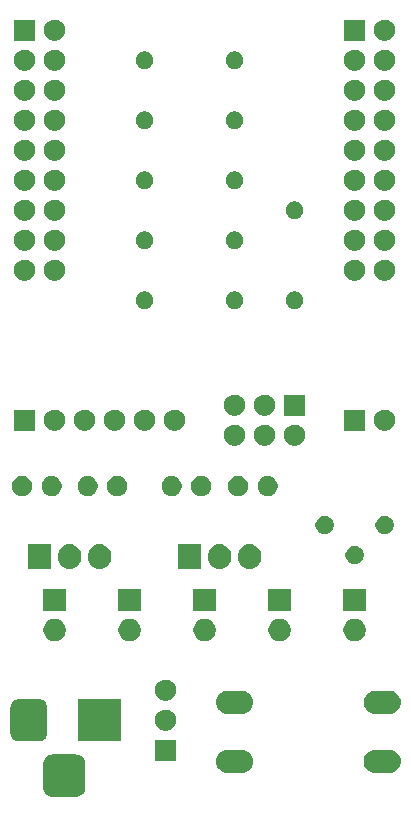
<source format=gbr>
G04 #@! TF.GenerationSoftware,KiCad,Pcbnew,(5.1.5-0)*
G04 #@! TF.CreationDate,2021-12-12T09:58:07-07:00*
G04 #@! TF.ProjectId,starman,73746172-6d61-46e2-9e6b-696361645f70,rev?*
G04 #@! TF.SameCoordinates,Original*
G04 #@! TF.FileFunction,Soldermask,Top*
G04 #@! TF.FilePolarity,Negative*
%FSLAX46Y46*%
G04 Gerber Fmt 4.6, Leading zero omitted, Abs format (unit mm)*
G04 Created by KiCad (PCBNEW (5.1.5-0)) date 2021-12-12 09:58:07*
%MOMM*%
%LPD*%
G04 APERTURE LIST*
%ADD10C,0.100000*%
G04 APERTURE END LIST*
D10*
G36*
X108616366Y-140075695D02*
G01*
X108773460Y-140123349D01*
X108918231Y-140200731D01*
X109045128Y-140304872D01*
X109149269Y-140431769D01*
X109226651Y-140576540D01*
X109274305Y-140733634D01*
X109291000Y-140903140D01*
X109291000Y-142816860D01*
X109274305Y-142986366D01*
X109226651Y-143143460D01*
X109149269Y-143288231D01*
X109045128Y-143415128D01*
X108918231Y-143519269D01*
X108773460Y-143596651D01*
X108616366Y-143644305D01*
X108446860Y-143661000D01*
X106533140Y-143661000D01*
X106363634Y-143644305D01*
X106206540Y-143596651D01*
X106061769Y-143519269D01*
X105934872Y-143415128D01*
X105830731Y-143288231D01*
X105753349Y-143143460D01*
X105705695Y-142986366D01*
X105689000Y-142816860D01*
X105689000Y-140903140D01*
X105705695Y-140733634D01*
X105753349Y-140576540D01*
X105830731Y-140431769D01*
X105934872Y-140304872D01*
X106061769Y-140200731D01*
X106206540Y-140123349D01*
X106363634Y-140075695D01*
X106533140Y-140059000D01*
X108446860Y-140059000D01*
X108616366Y-140075695D01*
G37*
G36*
X135114739Y-139664707D02*
G01*
X135210329Y-139674122D01*
X135394306Y-139729931D01*
X135394309Y-139729932D01*
X135484225Y-139777994D01*
X135563860Y-139820559D01*
X135610035Y-139858454D01*
X135712476Y-139942524D01*
X135796546Y-140044965D01*
X135834441Y-140091140D01*
X135851657Y-140123349D01*
X135925068Y-140260691D01*
X135925069Y-140260694D01*
X135980878Y-140444671D01*
X135999722Y-140636000D01*
X135980878Y-140827329D01*
X135957881Y-140903140D01*
X135925068Y-141011309D01*
X135877006Y-141101225D01*
X135834441Y-141180860D01*
X135796546Y-141227035D01*
X135712476Y-141329476D01*
X135610035Y-141413546D01*
X135563860Y-141451441D01*
X135484225Y-141494006D01*
X135394309Y-141542068D01*
X135394306Y-141542069D01*
X135210329Y-141597878D01*
X135114739Y-141607293D01*
X135066945Y-141612000D01*
X133773055Y-141612000D01*
X133725261Y-141607293D01*
X133629671Y-141597878D01*
X133445694Y-141542069D01*
X133445691Y-141542068D01*
X133355775Y-141494006D01*
X133276140Y-141451441D01*
X133229965Y-141413546D01*
X133127524Y-141329476D01*
X133043454Y-141227035D01*
X133005559Y-141180860D01*
X132962994Y-141101225D01*
X132914932Y-141011309D01*
X132882119Y-140903140D01*
X132859122Y-140827329D01*
X132840278Y-140636000D01*
X132859122Y-140444671D01*
X132914931Y-140260694D01*
X132914932Y-140260691D01*
X132988343Y-140123349D01*
X133005559Y-140091140D01*
X133043454Y-140044965D01*
X133127524Y-139942524D01*
X133229965Y-139858454D01*
X133276140Y-139820559D01*
X133355775Y-139777994D01*
X133445691Y-139729932D01*
X133445694Y-139729931D01*
X133629671Y-139674122D01*
X133725261Y-139664707D01*
X133773055Y-139660000D01*
X135066945Y-139660000D01*
X135114739Y-139664707D01*
G37*
G36*
X122614739Y-139664707D02*
G01*
X122710329Y-139674122D01*
X122894306Y-139729931D01*
X122894309Y-139729932D01*
X122984225Y-139777994D01*
X123063860Y-139820559D01*
X123110035Y-139858454D01*
X123212476Y-139942524D01*
X123296546Y-140044965D01*
X123334441Y-140091140D01*
X123351657Y-140123349D01*
X123425068Y-140260691D01*
X123425069Y-140260694D01*
X123480878Y-140444671D01*
X123499722Y-140636000D01*
X123480878Y-140827329D01*
X123457881Y-140903140D01*
X123425068Y-141011309D01*
X123377006Y-141101225D01*
X123334441Y-141180860D01*
X123296546Y-141227035D01*
X123212476Y-141329476D01*
X123110035Y-141413546D01*
X123063860Y-141451441D01*
X122984225Y-141494006D01*
X122894309Y-141542068D01*
X122894306Y-141542069D01*
X122710329Y-141597878D01*
X122614739Y-141607293D01*
X122566945Y-141612000D01*
X121273055Y-141612000D01*
X121225261Y-141607293D01*
X121129671Y-141597878D01*
X120945694Y-141542069D01*
X120945691Y-141542068D01*
X120855775Y-141494006D01*
X120776140Y-141451441D01*
X120729965Y-141413546D01*
X120627524Y-141329476D01*
X120543454Y-141227035D01*
X120505559Y-141180860D01*
X120462994Y-141101225D01*
X120414932Y-141011309D01*
X120382119Y-140903140D01*
X120359122Y-140827329D01*
X120340278Y-140636000D01*
X120359122Y-140444671D01*
X120414931Y-140260694D01*
X120414932Y-140260691D01*
X120488343Y-140123349D01*
X120505559Y-140091140D01*
X120543454Y-140044965D01*
X120627524Y-139942524D01*
X120729965Y-139858454D01*
X120776140Y-139820559D01*
X120855775Y-139777994D01*
X120945691Y-139729932D01*
X120945694Y-139729931D01*
X121129671Y-139674122D01*
X121225261Y-139664707D01*
X121273055Y-139660000D01*
X122566945Y-139660000D01*
X122614739Y-139664707D01*
G37*
G36*
X116979000Y-140601000D02*
G01*
X115177000Y-140601000D01*
X115177000Y-138799000D01*
X116979000Y-138799000D01*
X116979000Y-140601000D01*
G37*
G36*
X112291000Y-138961000D02*
G01*
X108689000Y-138961000D01*
X108689000Y-135359000D01*
X112291000Y-135359000D01*
X112291000Y-138961000D01*
G37*
G36*
X105466979Y-135373293D02*
G01*
X105600625Y-135413834D01*
X105723784Y-135479664D01*
X105831740Y-135568260D01*
X105920336Y-135676216D01*
X105986166Y-135799375D01*
X106026707Y-135933021D01*
X106041000Y-136078140D01*
X106041000Y-138241860D01*
X106026707Y-138386979D01*
X105986166Y-138520625D01*
X105920336Y-138643784D01*
X105831740Y-138751740D01*
X105723784Y-138840336D01*
X105600625Y-138906166D01*
X105466979Y-138946707D01*
X105321860Y-138961000D01*
X103658140Y-138961000D01*
X103513021Y-138946707D01*
X103379375Y-138906166D01*
X103256216Y-138840336D01*
X103148260Y-138751740D01*
X103059664Y-138643784D01*
X102993834Y-138520625D01*
X102953293Y-138386979D01*
X102939000Y-138241860D01*
X102939000Y-136078140D01*
X102953293Y-135933021D01*
X102993834Y-135799375D01*
X103059664Y-135676216D01*
X103148260Y-135568260D01*
X103256216Y-135479664D01*
X103379375Y-135413834D01*
X103513021Y-135373293D01*
X103658140Y-135359000D01*
X105321860Y-135359000D01*
X105466979Y-135373293D01*
G37*
G36*
X116191512Y-136263927D02*
G01*
X116340812Y-136293624D01*
X116504784Y-136361544D01*
X116652354Y-136460147D01*
X116777853Y-136585646D01*
X116876456Y-136733216D01*
X116944376Y-136897188D01*
X116979000Y-137071259D01*
X116979000Y-137248741D01*
X116944376Y-137422812D01*
X116876456Y-137586784D01*
X116777853Y-137734354D01*
X116652354Y-137859853D01*
X116504784Y-137958456D01*
X116340812Y-138026376D01*
X116191512Y-138056073D01*
X116166742Y-138061000D01*
X115989258Y-138061000D01*
X115964488Y-138056073D01*
X115815188Y-138026376D01*
X115651216Y-137958456D01*
X115503646Y-137859853D01*
X115378147Y-137734354D01*
X115279544Y-137586784D01*
X115211624Y-137422812D01*
X115177000Y-137248741D01*
X115177000Y-137071259D01*
X115211624Y-136897188D01*
X115279544Y-136733216D01*
X115378147Y-136585646D01*
X115503646Y-136460147D01*
X115651216Y-136361544D01*
X115815188Y-136293624D01*
X115964488Y-136263927D01*
X115989258Y-136259000D01*
X116166742Y-136259000D01*
X116191512Y-136263927D01*
G37*
G36*
X122614739Y-134664707D02*
G01*
X122710329Y-134674122D01*
X122824455Y-134708742D01*
X122894309Y-134729932D01*
X122984225Y-134777994D01*
X123063860Y-134820559D01*
X123110035Y-134858454D01*
X123212476Y-134942524D01*
X123296546Y-135044965D01*
X123334441Y-135091140D01*
X123377006Y-135170775D01*
X123425068Y-135260691D01*
X123425069Y-135260694D01*
X123480878Y-135444671D01*
X123499722Y-135636000D01*
X123480878Y-135827329D01*
X123433593Y-135983207D01*
X123425068Y-136011309D01*
X123389346Y-136078140D01*
X123334441Y-136180860D01*
X123296546Y-136227035D01*
X123212476Y-136329476D01*
X123110035Y-136413546D01*
X123063860Y-136451441D01*
X122984225Y-136494006D01*
X122894309Y-136542068D01*
X122894306Y-136542069D01*
X122710329Y-136597878D01*
X122614739Y-136607293D01*
X122566945Y-136612000D01*
X121273055Y-136612000D01*
X121225261Y-136607293D01*
X121129671Y-136597878D01*
X120945694Y-136542069D01*
X120945691Y-136542068D01*
X120855775Y-136494006D01*
X120776140Y-136451441D01*
X120729965Y-136413546D01*
X120627524Y-136329476D01*
X120543454Y-136227035D01*
X120505559Y-136180860D01*
X120450654Y-136078140D01*
X120414932Y-136011309D01*
X120406407Y-135983207D01*
X120359122Y-135827329D01*
X120340278Y-135636000D01*
X120359122Y-135444671D01*
X120414931Y-135260694D01*
X120414932Y-135260691D01*
X120462994Y-135170775D01*
X120505559Y-135091140D01*
X120543454Y-135044965D01*
X120627524Y-134942524D01*
X120729965Y-134858454D01*
X120776140Y-134820559D01*
X120855775Y-134777994D01*
X120945691Y-134729932D01*
X121015545Y-134708742D01*
X121129671Y-134674122D01*
X121225261Y-134664707D01*
X121273055Y-134660000D01*
X122566945Y-134660000D01*
X122614739Y-134664707D01*
G37*
G36*
X135114739Y-134664707D02*
G01*
X135210329Y-134674122D01*
X135324455Y-134708742D01*
X135394309Y-134729932D01*
X135484225Y-134777994D01*
X135563860Y-134820559D01*
X135610035Y-134858454D01*
X135712476Y-134942524D01*
X135796546Y-135044965D01*
X135834441Y-135091140D01*
X135877006Y-135170775D01*
X135925068Y-135260691D01*
X135925069Y-135260694D01*
X135980878Y-135444671D01*
X135999722Y-135636000D01*
X135980878Y-135827329D01*
X135933593Y-135983207D01*
X135925068Y-136011309D01*
X135889346Y-136078140D01*
X135834441Y-136180860D01*
X135796546Y-136227035D01*
X135712476Y-136329476D01*
X135610035Y-136413546D01*
X135563860Y-136451441D01*
X135484225Y-136494006D01*
X135394309Y-136542068D01*
X135394306Y-136542069D01*
X135210329Y-136597878D01*
X135114739Y-136607293D01*
X135066945Y-136612000D01*
X133773055Y-136612000D01*
X133725261Y-136607293D01*
X133629671Y-136597878D01*
X133445694Y-136542069D01*
X133445691Y-136542068D01*
X133355775Y-136494006D01*
X133276140Y-136451441D01*
X133229965Y-136413546D01*
X133127524Y-136329476D01*
X133043454Y-136227035D01*
X133005559Y-136180860D01*
X132950654Y-136078140D01*
X132914932Y-136011309D01*
X132906407Y-135983207D01*
X132859122Y-135827329D01*
X132840278Y-135636000D01*
X132859122Y-135444671D01*
X132914931Y-135260694D01*
X132914932Y-135260691D01*
X132962994Y-135170775D01*
X133005559Y-135091140D01*
X133043454Y-135044965D01*
X133127524Y-134942524D01*
X133229965Y-134858454D01*
X133276140Y-134820559D01*
X133355775Y-134777994D01*
X133445691Y-134729932D01*
X133515545Y-134708742D01*
X133629671Y-134674122D01*
X133725261Y-134664707D01*
X133773055Y-134660000D01*
X135066945Y-134660000D01*
X135114739Y-134664707D01*
G37*
G36*
X116191512Y-133723927D02*
G01*
X116340812Y-133753624D01*
X116504784Y-133821544D01*
X116652354Y-133920147D01*
X116777853Y-134045646D01*
X116876456Y-134193216D01*
X116944376Y-134357188D01*
X116979000Y-134531259D01*
X116979000Y-134708741D01*
X116944376Y-134882812D01*
X116876456Y-135046784D01*
X116777853Y-135194354D01*
X116652354Y-135319853D01*
X116504784Y-135418456D01*
X116340812Y-135486376D01*
X116191512Y-135516073D01*
X116166742Y-135521000D01*
X115989258Y-135521000D01*
X115964488Y-135516073D01*
X115815188Y-135486376D01*
X115651216Y-135418456D01*
X115503646Y-135319853D01*
X115378147Y-135194354D01*
X115279544Y-135046784D01*
X115211624Y-134882812D01*
X115177000Y-134708741D01*
X115177000Y-134531259D01*
X115211624Y-134357188D01*
X115279544Y-134193216D01*
X115378147Y-134045646D01*
X115503646Y-133920147D01*
X115651216Y-133821544D01*
X115815188Y-133753624D01*
X115964488Y-133723927D01*
X115989258Y-133719000D01*
X116166742Y-133719000D01*
X116191512Y-133723927D01*
G37*
G36*
X132357395Y-128625546D02*
G01*
X132530466Y-128697234D01*
X132530467Y-128697235D01*
X132686227Y-128801310D01*
X132818690Y-128933773D01*
X132818691Y-128933775D01*
X132922766Y-129089534D01*
X132994454Y-129262605D01*
X133031000Y-129446333D01*
X133031000Y-129633667D01*
X132994454Y-129817395D01*
X132922766Y-129990466D01*
X132922765Y-129990467D01*
X132818690Y-130146227D01*
X132686227Y-130278690D01*
X132607818Y-130331081D01*
X132530466Y-130382766D01*
X132357395Y-130454454D01*
X132173667Y-130491000D01*
X131986333Y-130491000D01*
X131802605Y-130454454D01*
X131629534Y-130382766D01*
X131552182Y-130331081D01*
X131473773Y-130278690D01*
X131341310Y-130146227D01*
X131237235Y-129990467D01*
X131237234Y-129990466D01*
X131165546Y-129817395D01*
X131129000Y-129633667D01*
X131129000Y-129446333D01*
X131165546Y-129262605D01*
X131237234Y-129089534D01*
X131341309Y-128933775D01*
X131341310Y-128933773D01*
X131473773Y-128801310D01*
X131629533Y-128697235D01*
X131629534Y-128697234D01*
X131802605Y-128625546D01*
X131986333Y-128589000D01*
X132173667Y-128589000D01*
X132357395Y-128625546D01*
G37*
G36*
X126007395Y-128625546D02*
G01*
X126180466Y-128697234D01*
X126180467Y-128697235D01*
X126336227Y-128801310D01*
X126468690Y-128933773D01*
X126468691Y-128933775D01*
X126572766Y-129089534D01*
X126644454Y-129262605D01*
X126681000Y-129446333D01*
X126681000Y-129633667D01*
X126644454Y-129817395D01*
X126572766Y-129990466D01*
X126572765Y-129990467D01*
X126468690Y-130146227D01*
X126336227Y-130278690D01*
X126257818Y-130331081D01*
X126180466Y-130382766D01*
X126007395Y-130454454D01*
X125823667Y-130491000D01*
X125636333Y-130491000D01*
X125452605Y-130454454D01*
X125279534Y-130382766D01*
X125202182Y-130331081D01*
X125123773Y-130278690D01*
X124991310Y-130146227D01*
X124887235Y-129990467D01*
X124887234Y-129990466D01*
X124815546Y-129817395D01*
X124779000Y-129633667D01*
X124779000Y-129446333D01*
X124815546Y-129262605D01*
X124887234Y-129089534D01*
X124991309Y-128933775D01*
X124991310Y-128933773D01*
X125123773Y-128801310D01*
X125279533Y-128697235D01*
X125279534Y-128697234D01*
X125452605Y-128625546D01*
X125636333Y-128589000D01*
X125823667Y-128589000D01*
X126007395Y-128625546D01*
G37*
G36*
X119657395Y-128625546D02*
G01*
X119830466Y-128697234D01*
X119830467Y-128697235D01*
X119986227Y-128801310D01*
X120118690Y-128933773D01*
X120118691Y-128933775D01*
X120222766Y-129089534D01*
X120294454Y-129262605D01*
X120331000Y-129446333D01*
X120331000Y-129633667D01*
X120294454Y-129817395D01*
X120222766Y-129990466D01*
X120222765Y-129990467D01*
X120118690Y-130146227D01*
X119986227Y-130278690D01*
X119907818Y-130331081D01*
X119830466Y-130382766D01*
X119657395Y-130454454D01*
X119473667Y-130491000D01*
X119286333Y-130491000D01*
X119102605Y-130454454D01*
X118929534Y-130382766D01*
X118852182Y-130331081D01*
X118773773Y-130278690D01*
X118641310Y-130146227D01*
X118537235Y-129990467D01*
X118537234Y-129990466D01*
X118465546Y-129817395D01*
X118429000Y-129633667D01*
X118429000Y-129446333D01*
X118465546Y-129262605D01*
X118537234Y-129089534D01*
X118641309Y-128933775D01*
X118641310Y-128933773D01*
X118773773Y-128801310D01*
X118929533Y-128697235D01*
X118929534Y-128697234D01*
X119102605Y-128625546D01*
X119286333Y-128589000D01*
X119473667Y-128589000D01*
X119657395Y-128625546D01*
G37*
G36*
X113307395Y-128625546D02*
G01*
X113480466Y-128697234D01*
X113480467Y-128697235D01*
X113636227Y-128801310D01*
X113768690Y-128933773D01*
X113768691Y-128933775D01*
X113872766Y-129089534D01*
X113944454Y-129262605D01*
X113981000Y-129446333D01*
X113981000Y-129633667D01*
X113944454Y-129817395D01*
X113872766Y-129990466D01*
X113872765Y-129990467D01*
X113768690Y-130146227D01*
X113636227Y-130278690D01*
X113557818Y-130331081D01*
X113480466Y-130382766D01*
X113307395Y-130454454D01*
X113123667Y-130491000D01*
X112936333Y-130491000D01*
X112752605Y-130454454D01*
X112579534Y-130382766D01*
X112502182Y-130331081D01*
X112423773Y-130278690D01*
X112291310Y-130146227D01*
X112187235Y-129990467D01*
X112187234Y-129990466D01*
X112115546Y-129817395D01*
X112079000Y-129633667D01*
X112079000Y-129446333D01*
X112115546Y-129262605D01*
X112187234Y-129089534D01*
X112291309Y-128933775D01*
X112291310Y-128933773D01*
X112423773Y-128801310D01*
X112579533Y-128697235D01*
X112579534Y-128697234D01*
X112752605Y-128625546D01*
X112936333Y-128589000D01*
X113123667Y-128589000D01*
X113307395Y-128625546D01*
G37*
G36*
X106957395Y-128625546D02*
G01*
X107130466Y-128697234D01*
X107130467Y-128697235D01*
X107286227Y-128801310D01*
X107418690Y-128933773D01*
X107418691Y-128933775D01*
X107522766Y-129089534D01*
X107594454Y-129262605D01*
X107631000Y-129446333D01*
X107631000Y-129633667D01*
X107594454Y-129817395D01*
X107522766Y-129990466D01*
X107522765Y-129990467D01*
X107418690Y-130146227D01*
X107286227Y-130278690D01*
X107207818Y-130331081D01*
X107130466Y-130382766D01*
X106957395Y-130454454D01*
X106773667Y-130491000D01*
X106586333Y-130491000D01*
X106402605Y-130454454D01*
X106229534Y-130382766D01*
X106152182Y-130331081D01*
X106073773Y-130278690D01*
X105941310Y-130146227D01*
X105837235Y-129990467D01*
X105837234Y-129990466D01*
X105765546Y-129817395D01*
X105729000Y-129633667D01*
X105729000Y-129446333D01*
X105765546Y-129262605D01*
X105837234Y-129089534D01*
X105941309Y-128933775D01*
X105941310Y-128933773D01*
X106073773Y-128801310D01*
X106229533Y-128697235D01*
X106229534Y-128697234D01*
X106402605Y-128625546D01*
X106586333Y-128589000D01*
X106773667Y-128589000D01*
X106957395Y-128625546D01*
G37*
G36*
X107631000Y-127951000D02*
G01*
X105729000Y-127951000D01*
X105729000Y-126049000D01*
X107631000Y-126049000D01*
X107631000Y-127951000D01*
G37*
G36*
X120331000Y-127951000D02*
G01*
X118429000Y-127951000D01*
X118429000Y-126049000D01*
X120331000Y-126049000D01*
X120331000Y-127951000D01*
G37*
G36*
X126681000Y-127951000D02*
G01*
X124779000Y-127951000D01*
X124779000Y-126049000D01*
X126681000Y-126049000D01*
X126681000Y-127951000D01*
G37*
G36*
X133031000Y-127951000D02*
G01*
X131129000Y-127951000D01*
X131129000Y-126049000D01*
X133031000Y-126049000D01*
X133031000Y-127951000D01*
G37*
G36*
X113981000Y-127951000D02*
G01*
X112079000Y-127951000D01*
X112079000Y-126049000D01*
X113981000Y-126049000D01*
X113981000Y-127951000D01*
G37*
G36*
X108146719Y-122280520D02*
G01*
X108335880Y-122337901D01*
X108335883Y-122337902D01*
X108428333Y-122387318D01*
X108510212Y-122431083D01*
X108663015Y-122556485D01*
X108788417Y-122709288D01*
X108881599Y-122883619D01*
X108938980Y-123072780D01*
X108953500Y-123220206D01*
X108953500Y-123413793D01*
X108938980Y-123561219D01*
X108902498Y-123681484D01*
X108881598Y-123750383D01*
X108861023Y-123788875D01*
X108788417Y-123924712D01*
X108663015Y-124077515D01*
X108510212Y-124202917D01*
X108335881Y-124296099D01*
X108146720Y-124353480D01*
X107950000Y-124372855D01*
X107753281Y-124353480D01*
X107564120Y-124296099D01*
X107389788Y-124202917D01*
X107236985Y-124077515D01*
X107111583Y-123924712D01*
X107018401Y-123750381D01*
X106961020Y-123561220D01*
X106946500Y-123413794D01*
X106946500Y-123220207D01*
X106961020Y-123072781D01*
X107018401Y-122883620D01*
X107018402Y-122883617D01*
X107067818Y-122791167D01*
X107111583Y-122709288D01*
X107236985Y-122556485D01*
X107389788Y-122431083D01*
X107564119Y-122337901D01*
X107753280Y-122280520D01*
X107950000Y-122261145D01*
X108146719Y-122280520D01*
G37*
G36*
X110686719Y-122280520D02*
G01*
X110875880Y-122337901D01*
X110875883Y-122337902D01*
X110968333Y-122387318D01*
X111050212Y-122431083D01*
X111203015Y-122556485D01*
X111328417Y-122709288D01*
X111421599Y-122883619D01*
X111478980Y-123072780D01*
X111493500Y-123220206D01*
X111493500Y-123413793D01*
X111478980Y-123561219D01*
X111442498Y-123681484D01*
X111421598Y-123750383D01*
X111401023Y-123788875D01*
X111328417Y-123924712D01*
X111203015Y-124077515D01*
X111050212Y-124202917D01*
X110875881Y-124296099D01*
X110686720Y-124353480D01*
X110490000Y-124372855D01*
X110293281Y-124353480D01*
X110104120Y-124296099D01*
X109929788Y-124202917D01*
X109776985Y-124077515D01*
X109651583Y-123924712D01*
X109558401Y-123750381D01*
X109501020Y-123561220D01*
X109486500Y-123413794D01*
X109486500Y-123220207D01*
X109501020Y-123072781D01*
X109558401Y-122883620D01*
X109558402Y-122883617D01*
X109607818Y-122791167D01*
X109651583Y-122709288D01*
X109776985Y-122556485D01*
X109929788Y-122431083D01*
X110104119Y-122337901D01*
X110293280Y-122280520D01*
X110490000Y-122261145D01*
X110686719Y-122280520D01*
G37*
G36*
X120846719Y-122280520D02*
G01*
X121035880Y-122337901D01*
X121035883Y-122337902D01*
X121128333Y-122387318D01*
X121210212Y-122431083D01*
X121363015Y-122556485D01*
X121488417Y-122709288D01*
X121581599Y-122883619D01*
X121638980Y-123072780D01*
X121653500Y-123220206D01*
X121653500Y-123413793D01*
X121638980Y-123561219D01*
X121602498Y-123681484D01*
X121581598Y-123750383D01*
X121561023Y-123788875D01*
X121488417Y-123924712D01*
X121363015Y-124077515D01*
X121210212Y-124202917D01*
X121035881Y-124296099D01*
X120846720Y-124353480D01*
X120650000Y-124372855D01*
X120453281Y-124353480D01*
X120264120Y-124296099D01*
X120089788Y-124202917D01*
X119936985Y-124077515D01*
X119811583Y-123924712D01*
X119718401Y-123750381D01*
X119661020Y-123561220D01*
X119646500Y-123413794D01*
X119646500Y-123220207D01*
X119661020Y-123072781D01*
X119718401Y-122883620D01*
X119718402Y-122883617D01*
X119767818Y-122791167D01*
X119811583Y-122709288D01*
X119936985Y-122556485D01*
X120089788Y-122431083D01*
X120264119Y-122337901D01*
X120453280Y-122280520D01*
X120650000Y-122261145D01*
X120846719Y-122280520D01*
G37*
G36*
X123386719Y-122280520D02*
G01*
X123575880Y-122337901D01*
X123575883Y-122337902D01*
X123668333Y-122387318D01*
X123750212Y-122431083D01*
X123903015Y-122556485D01*
X124028417Y-122709288D01*
X124121599Y-122883619D01*
X124178980Y-123072780D01*
X124193500Y-123220206D01*
X124193500Y-123413793D01*
X124178980Y-123561219D01*
X124142498Y-123681484D01*
X124121598Y-123750383D01*
X124101023Y-123788875D01*
X124028417Y-123924712D01*
X123903015Y-124077515D01*
X123750212Y-124202917D01*
X123575881Y-124296099D01*
X123386720Y-124353480D01*
X123190000Y-124372855D01*
X122993281Y-124353480D01*
X122804120Y-124296099D01*
X122629788Y-124202917D01*
X122476985Y-124077515D01*
X122351583Y-123924712D01*
X122258401Y-123750381D01*
X122201020Y-123561220D01*
X122186500Y-123413794D01*
X122186500Y-123220207D01*
X122201020Y-123072781D01*
X122258401Y-122883620D01*
X122258402Y-122883617D01*
X122307818Y-122791167D01*
X122351583Y-122709288D01*
X122476985Y-122556485D01*
X122629788Y-122431083D01*
X122804119Y-122337901D01*
X122993280Y-122280520D01*
X123190000Y-122261145D01*
X123386719Y-122280520D01*
G37*
G36*
X106413500Y-124368000D02*
G01*
X104406500Y-124368000D01*
X104406500Y-122266000D01*
X106413500Y-122266000D01*
X106413500Y-124368000D01*
G37*
G36*
X119113500Y-124368000D02*
G01*
X117106500Y-124368000D01*
X117106500Y-122266000D01*
X119113500Y-122266000D01*
X119113500Y-124368000D01*
G37*
G36*
X132205589Y-122428876D02*
G01*
X132304893Y-122448629D01*
X132445206Y-122506748D01*
X132571484Y-122591125D01*
X132678875Y-122698516D01*
X132763252Y-122824794D01*
X132821371Y-122965107D01*
X132851000Y-123114063D01*
X132851000Y-123265937D01*
X132821371Y-123414893D01*
X132763252Y-123555206D01*
X132678875Y-123681484D01*
X132571484Y-123788875D01*
X132445206Y-123873252D01*
X132304893Y-123931371D01*
X132205589Y-123951124D01*
X132155938Y-123961000D01*
X132004062Y-123961000D01*
X131954411Y-123951124D01*
X131855107Y-123931371D01*
X131714794Y-123873252D01*
X131588516Y-123788875D01*
X131481125Y-123681484D01*
X131396748Y-123555206D01*
X131338629Y-123414893D01*
X131309000Y-123265937D01*
X131309000Y-123114063D01*
X131338629Y-122965107D01*
X131396748Y-122824794D01*
X131481125Y-122698516D01*
X131588516Y-122591125D01*
X131714794Y-122506748D01*
X131855107Y-122448629D01*
X131954411Y-122428876D01*
X132004062Y-122419000D01*
X132155938Y-122419000D01*
X132205589Y-122428876D01*
G37*
G36*
X134745589Y-119888876D02*
G01*
X134844893Y-119908629D01*
X134985206Y-119966748D01*
X135111484Y-120051125D01*
X135218875Y-120158516D01*
X135303252Y-120284794D01*
X135361371Y-120425107D01*
X135391000Y-120574063D01*
X135391000Y-120725937D01*
X135361371Y-120874893D01*
X135303252Y-121015206D01*
X135218875Y-121141484D01*
X135111484Y-121248875D01*
X134985206Y-121333252D01*
X134844893Y-121391371D01*
X134745589Y-121411124D01*
X134695938Y-121421000D01*
X134544062Y-121421000D01*
X134494411Y-121411124D01*
X134395107Y-121391371D01*
X134254794Y-121333252D01*
X134128516Y-121248875D01*
X134021125Y-121141484D01*
X133936748Y-121015206D01*
X133878629Y-120874893D01*
X133849000Y-120725937D01*
X133849000Y-120574063D01*
X133878629Y-120425107D01*
X133936748Y-120284794D01*
X134021125Y-120158516D01*
X134128516Y-120051125D01*
X134254794Y-119966748D01*
X134395107Y-119908629D01*
X134494411Y-119888876D01*
X134544062Y-119879000D01*
X134695938Y-119879000D01*
X134745589Y-119888876D01*
G37*
G36*
X129665589Y-119888876D02*
G01*
X129764893Y-119908629D01*
X129905206Y-119966748D01*
X130031484Y-120051125D01*
X130138875Y-120158516D01*
X130223252Y-120284794D01*
X130281371Y-120425107D01*
X130311000Y-120574063D01*
X130311000Y-120725937D01*
X130281371Y-120874893D01*
X130223252Y-121015206D01*
X130138875Y-121141484D01*
X130031484Y-121248875D01*
X129905206Y-121333252D01*
X129764893Y-121391371D01*
X129665589Y-121411124D01*
X129615938Y-121421000D01*
X129464062Y-121421000D01*
X129414411Y-121411124D01*
X129315107Y-121391371D01*
X129174794Y-121333252D01*
X129048516Y-121248875D01*
X128941125Y-121141484D01*
X128856748Y-121015206D01*
X128798629Y-120874893D01*
X128769000Y-120725937D01*
X128769000Y-120574063D01*
X128798629Y-120425107D01*
X128856748Y-120284794D01*
X128941125Y-120158516D01*
X129048516Y-120051125D01*
X129174794Y-119966748D01*
X129315107Y-119908629D01*
X129414411Y-119888876D01*
X129464062Y-119879000D01*
X129615938Y-119879000D01*
X129665589Y-119888876D01*
G37*
G36*
X109722228Y-116529703D02*
G01*
X109877100Y-116593853D01*
X110016481Y-116686985D01*
X110135015Y-116805519D01*
X110228147Y-116944900D01*
X110292297Y-117099772D01*
X110325000Y-117264184D01*
X110325000Y-117431816D01*
X110292297Y-117596228D01*
X110228147Y-117751100D01*
X110135015Y-117890481D01*
X110016481Y-118009015D01*
X109877100Y-118102147D01*
X109722228Y-118166297D01*
X109557816Y-118199000D01*
X109390184Y-118199000D01*
X109225772Y-118166297D01*
X109070900Y-118102147D01*
X108931519Y-118009015D01*
X108812985Y-117890481D01*
X108719853Y-117751100D01*
X108655703Y-117596228D01*
X108623000Y-117431816D01*
X108623000Y-117264184D01*
X108655703Y-117099772D01*
X108719853Y-116944900D01*
X108812985Y-116805519D01*
X108931519Y-116686985D01*
X109070900Y-116593853D01*
X109225772Y-116529703D01*
X109390184Y-116497000D01*
X109557816Y-116497000D01*
X109722228Y-116529703D01*
G37*
G36*
X122462228Y-116529703D02*
G01*
X122617100Y-116593853D01*
X122756481Y-116686985D01*
X122875015Y-116805519D01*
X122968147Y-116944900D01*
X123032297Y-117099772D01*
X123065000Y-117264184D01*
X123065000Y-117431816D01*
X123032297Y-117596228D01*
X122968147Y-117751100D01*
X122875015Y-117890481D01*
X122756481Y-118009015D01*
X122617100Y-118102147D01*
X122462228Y-118166297D01*
X122297816Y-118199000D01*
X122130184Y-118199000D01*
X121965772Y-118166297D01*
X121810900Y-118102147D01*
X121671519Y-118009015D01*
X121552985Y-117890481D01*
X121459853Y-117751100D01*
X121395703Y-117596228D01*
X121363000Y-117431816D01*
X121363000Y-117264184D01*
X121395703Y-117099772D01*
X121459853Y-116944900D01*
X121552985Y-116805519D01*
X121671519Y-116686985D01*
X121810900Y-116593853D01*
X121965772Y-116529703D01*
X122130184Y-116497000D01*
X122297816Y-116497000D01*
X122462228Y-116529703D01*
G37*
G36*
X124962228Y-116529703D02*
G01*
X125117100Y-116593853D01*
X125256481Y-116686985D01*
X125375015Y-116805519D01*
X125468147Y-116944900D01*
X125532297Y-117099772D01*
X125565000Y-117264184D01*
X125565000Y-117431816D01*
X125532297Y-117596228D01*
X125468147Y-117751100D01*
X125375015Y-117890481D01*
X125256481Y-118009015D01*
X125117100Y-118102147D01*
X124962228Y-118166297D01*
X124797816Y-118199000D01*
X124630184Y-118199000D01*
X124465772Y-118166297D01*
X124310900Y-118102147D01*
X124171519Y-118009015D01*
X124052985Y-117890481D01*
X123959853Y-117751100D01*
X123895703Y-117596228D01*
X123863000Y-117431816D01*
X123863000Y-117264184D01*
X123895703Y-117099772D01*
X123959853Y-116944900D01*
X124052985Y-116805519D01*
X124171519Y-116686985D01*
X124310900Y-116593853D01*
X124465772Y-116529703D01*
X124630184Y-116497000D01*
X124797816Y-116497000D01*
X124962228Y-116529703D01*
G37*
G36*
X116834228Y-116529703D02*
G01*
X116989100Y-116593853D01*
X117128481Y-116686985D01*
X117247015Y-116805519D01*
X117340147Y-116944900D01*
X117404297Y-117099772D01*
X117437000Y-117264184D01*
X117437000Y-117431816D01*
X117404297Y-117596228D01*
X117340147Y-117751100D01*
X117247015Y-117890481D01*
X117128481Y-118009015D01*
X116989100Y-118102147D01*
X116834228Y-118166297D01*
X116669816Y-118199000D01*
X116502184Y-118199000D01*
X116337772Y-118166297D01*
X116182900Y-118102147D01*
X116043519Y-118009015D01*
X115924985Y-117890481D01*
X115831853Y-117751100D01*
X115767703Y-117596228D01*
X115735000Y-117431816D01*
X115735000Y-117264184D01*
X115767703Y-117099772D01*
X115831853Y-116944900D01*
X115924985Y-116805519D01*
X116043519Y-116686985D01*
X116182900Y-116593853D01*
X116337772Y-116529703D01*
X116502184Y-116497000D01*
X116669816Y-116497000D01*
X116834228Y-116529703D01*
G37*
G36*
X119334228Y-116529703D02*
G01*
X119489100Y-116593853D01*
X119628481Y-116686985D01*
X119747015Y-116805519D01*
X119840147Y-116944900D01*
X119904297Y-117099772D01*
X119937000Y-117264184D01*
X119937000Y-117431816D01*
X119904297Y-117596228D01*
X119840147Y-117751100D01*
X119747015Y-117890481D01*
X119628481Y-118009015D01*
X119489100Y-118102147D01*
X119334228Y-118166297D01*
X119169816Y-118199000D01*
X119002184Y-118199000D01*
X118837772Y-118166297D01*
X118682900Y-118102147D01*
X118543519Y-118009015D01*
X118424985Y-117890481D01*
X118331853Y-117751100D01*
X118267703Y-117596228D01*
X118235000Y-117431816D01*
X118235000Y-117264184D01*
X118267703Y-117099772D01*
X118331853Y-116944900D01*
X118424985Y-116805519D01*
X118543519Y-116686985D01*
X118682900Y-116593853D01*
X118837772Y-116529703D01*
X119002184Y-116497000D01*
X119169816Y-116497000D01*
X119334228Y-116529703D01*
G37*
G36*
X112222228Y-116529703D02*
G01*
X112377100Y-116593853D01*
X112516481Y-116686985D01*
X112635015Y-116805519D01*
X112728147Y-116944900D01*
X112792297Y-117099772D01*
X112825000Y-117264184D01*
X112825000Y-117431816D01*
X112792297Y-117596228D01*
X112728147Y-117751100D01*
X112635015Y-117890481D01*
X112516481Y-118009015D01*
X112377100Y-118102147D01*
X112222228Y-118166297D01*
X112057816Y-118199000D01*
X111890184Y-118199000D01*
X111725772Y-118166297D01*
X111570900Y-118102147D01*
X111431519Y-118009015D01*
X111312985Y-117890481D01*
X111219853Y-117751100D01*
X111155703Y-117596228D01*
X111123000Y-117431816D01*
X111123000Y-117264184D01*
X111155703Y-117099772D01*
X111219853Y-116944900D01*
X111312985Y-116805519D01*
X111431519Y-116686985D01*
X111570900Y-116593853D01*
X111725772Y-116529703D01*
X111890184Y-116497000D01*
X112057816Y-116497000D01*
X112222228Y-116529703D01*
G37*
G36*
X104174228Y-116529703D02*
G01*
X104329100Y-116593853D01*
X104468481Y-116686985D01*
X104587015Y-116805519D01*
X104680147Y-116944900D01*
X104744297Y-117099772D01*
X104777000Y-117264184D01*
X104777000Y-117431816D01*
X104744297Y-117596228D01*
X104680147Y-117751100D01*
X104587015Y-117890481D01*
X104468481Y-118009015D01*
X104329100Y-118102147D01*
X104174228Y-118166297D01*
X104009816Y-118199000D01*
X103842184Y-118199000D01*
X103677772Y-118166297D01*
X103522900Y-118102147D01*
X103383519Y-118009015D01*
X103264985Y-117890481D01*
X103171853Y-117751100D01*
X103107703Y-117596228D01*
X103075000Y-117431816D01*
X103075000Y-117264184D01*
X103107703Y-117099772D01*
X103171853Y-116944900D01*
X103264985Y-116805519D01*
X103383519Y-116686985D01*
X103522900Y-116593853D01*
X103677772Y-116529703D01*
X103842184Y-116497000D01*
X104009816Y-116497000D01*
X104174228Y-116529703D01*
G37*
G36*
X106674228Y-116529703D02*
G01*
X106829100Y-116593853D01*
X106968481Y-116686985D01*
X107087015Y-116805519D01*
X107180147Y-116944900D01*
X107244297Y-117099772D01*
X107277000Y-117264184D01*
X107277000Y-117431816D01*
X107244297Y-117596228D01*
X107180147Y-117751100D01*
X107087015Y-117890481D01*
X106968481Y-118009015D01*
X106829100Y-118102147D01*
X106674228Y-118166297D01*
X106509816Y-118199000D01*
X106342184Y-118199000D01*
X106177772Y-118166297D01*
X106022900Y-118102147D01*
X105883519Y-118009015D01*
X105764985Y-117890481D01*
X105671853Y-117751100D01*
X105607703Y-117596228D01*
X105575000Y-117431816D01*
X105575000Y-117264184D01*
X105607703Y-117099772D01*
X105671853Y-116944900D01*
X105764985Y-116805519D01*
X105883519Y-116686985D01*
X106022900Y-116593853D01*
X106177772Y-116529703D01*
X106342184Y-116497000D01*
X106509816Y-116497000D01*
X106674228Y-116529703D01*
G37*
G36*
X127113512Y-112133927D02*
G01*
X127262812Y-112163624D01*
X127426784Y-112231544D01*
X127574354Y-112330147D01*
X127699853Y-112455646D01*
X127798456Y-112603216D01*
X127866376Y-112767188D01*
X127901000Y-112941259D01*
X127901000Y-113118741D01*
X127866376Y-113292812D01*
X127798456Y-113456784D01*
X127699853Y-113604354D01*
X127574354Y-113729853D01*
X127426784Y-113828456D01*
X127262812Y-113896376D01*
X127113512Y-113926073D01*
X127088742Y-113931000D01*
X126911258Y-113931000D01*
X126886488Y-113926073D01*
X126737188Y-113896376D01*
X126573216Y-113828456D01*
X126425646Y-113729853D01*
X126300147Y-113604354D01*
X126201544Y-113456784D01*
X126133624Y-113292812D01*
X126099000Y-113118741D01*
X126099000Y-112941259D01*
X126133624Y-112767188D01*
X126201544Y-112603216D01*
X126300147Y-112455646D01*
X126425646Y-112330147D01*
X126573216Y-112231544D01*
X126737188Y-112163624D01*
X126886488Y-112133927D01*
X126911258Y-112129000D01*
X127088742Y-112129000D01*
X127113512Y-112133927D01*
G37*
G36*
X124573512Y-112133927D02*
G01*
X124722812Y-112163624D01*
X124886784Y-112231544D01*
X125034354Y-112330147D01*
X125159853Y-112455646D01*
X125258456Y-112603216D01*
X125326376Y-112767188D01*
X125361000Y-112941259D01*
X125361000Y-113118741D01*
X125326376Y-113292812D01*
X125258456Y-113456784D01*
X125159853Y-113604354D01*
X125034354Y-113729853D01*
X124886784Y-113828456D01*
X124722812Y-113896376D01*
X124573512Y-113926073D01*
X124548742Y-113931000D01*
X124371258Y-113931000D01*
X124346488Y-113926073D01*
X124197188Y-113896376D01*
X124033216Y-113828456D01*
X123885646Y-113729853D01*
X123760147Y-113604354D01*
X123661544Y-113456784D01*
X123593624Y-113292812D01*
X123559000Y-113118741D01*
X123559000Y-112941259D01*
X123593624Y-112767188D01*
X123661544Y-112603216D01*
X123760147Y-112455646D01*
X123885646Y-112330147D01*
X124033216Y-112231544D01*
X124197188Y-112163624D01*
X124346488Y-112133927D01*
X124371258Y-112129000D01*
X124548742Y-112129000D01*
X124573512Y-112133927D01*
G37*
G36*
X122033512Y-112133927D02*
G01*
X122182812Y-112163624D01*
X122346784Y-112231544D01*
X122494354Y-112330147D01*
X122619853Y-112455646D01*
X122718456Y-112603216D01*
X122786376Y-112767188D01*
X122821000Y-112941259D01*
X122821000Y-113118741D01*
X122786376Y-113292812D01*
X122718456Y-113456784D01*
X122619853Y-113604354D01*
X122494354Y-113729853D01*
X122346784Y-113828456D01*
X122182812Y-113896376D01*
X122033512Y-113926073D01*
X122008742Y-113931000D01*
X121831258Y-113931000D01*
X121806488Y-113926073D01*
X121657188Y-113896376D01*
X121493216Y-113828456D01*
X121345646Y-113729853D01*
X121220147Y-113604354D01*
X121121544Y-113456784D01*
X121053624Y-113292812D01*
X121019000Y-113118741D01*
X121019000Y-112941259D01*
X121053624Y-112767188D01*
X121121544Y-112603216D01*
X121220147Y-112455646D01*
X121345646Y-112330147D01*
X121493216Y-112231544D01*
X121657188Y-112163624D01*
X121806488Y-112133927D01*
X121831258Y-112129000D01*
X122008742Y-112129000D01*
X122033512Y-112133927D01*
G37*
G36*
X114413512Y-110863927D02*
G01*
X114562812Y-110893624D01*
X114726784Y-110961544D01*
X114874354Y-111060147D01*
X114999853Y-111185646D01*
X115098456Y-111333216D01*
X115166376Y-111497188D01*
X115201000Y-111671259D01*
X115201000Y-111848741D01*
X115166376Y-112022812D01*
X115098456Y-112186784D01*
X114999853Y-112334354D01*
X114874354Y-112459853D01*
X114726784Y-112558456D01*
X114562812Y-112626376D01*
X114413512Y-112656073D01*
X114388742Y-112661000D01*
X114211258Y-112661000D01*
X114186488Y-112656073D01*
X114037188Y-112626376D01*
X113873216Y-112558456D01*
X113725646Y-112459853D01*
X113600147Y-112334354D01*
X113501544Y-112186784D01*
X113433624Y-112022812D01*
X113399000Y-111848741D01*
X113399000Y-111671259D01*
X113433624Y-111497188D01*
X113501544Y-111333216D01*
X113600147Y-111185646D01*
X113725646Y-111060147D01*
X113873216Y-110961544D01*
X114037188Y-110893624D01*
X114186488Y-110863927D01*
X114211258Y-110859000D01*
X114388742Y-110859000D01*
X114413512Y-110863927D01*
G37*
G36*
X111873512Y-110863927D02*
G01*
X112022812Y-110893624D01*
X112186784Y-110961544D01*
X112334354Y-111060147D01*
X112459853Y-111185646D01*
X112558456Y-111333216D01*
X112626376Y-111497188D01*
X112661000Y-111671259D01*
X112661000Y-111848741D01*
X112626376Y-112022812D01*
X112558456Y-112186784D01*
X112459853Y-112334354D01*
X112334354Y-112459853D01*
X112186784Y-112558456D01*
X112022812Y-112626376D01*
X111873512Y-112656073D01*
X111848742Y-112661000D01*
X111671258Y-112661000D01*
X111646488Y-112656073D01*
X111497188Y-112626376D01*
X111333216Y-112558456D01*
X111185646Y-112459853D01*
X111060147Y-112334354D01*
X110961544Y-112186784D01*
X110893624Y-112022812D01*
X110859000Y-111848741D01*
X110859000Y-111671259D01*
X110893624Y-111497188D01*
X110961544Y-111333216D01*
X111060147Y-111185646D01*
X111185646Y-111060147D01*
X111333216Y-110961544D01*
X111497188Y-110893624D01*
X111646488Y-110863927D01*
X111671258Y-110859000D01*
X111848742Y-110859000D01*
X111873512Y-110863927D01*
G37*
G36*
X109333512Y-110863927D02*
G01*
X109482812Y-110893624D01*
X109646784Y-110961544D01*
X109794354Y-111060147D01*
X109919853Y-111185646D01*
X110018456Y-111333216D01*
X110086376Y-111497188D01*
X110121000Y-111671259D01*
X110121000Y-111848741D01*
X110086376Y-112022812D01*
X110018456Y-112186784D01*
X109919853Y-112334354D01*
X109794354Y-112459853D01*
X109646784Y-112558456D01*
X109482812Y-112626376D01*
X109333512Y-112656073D01*
X109308742Y-112661000D01*
X109131258Y-112661000D01*
X109106488Y-112656073D01*
X108957188Y-112626376D01*
X108793216Y-112558456D01*
X108645646Y-112459853D01*
X108520147Y-112334354D01*
X108421544Y-112186784D01*
X108353624Y-112022812D01*
X108319000Y-111848741D01*
X108319000Y-111671259D01*
X108353624Y-111497188D01*
X108421544Y-111333216D01*
X108520147Y-111185646D01*
X108645646Y-111060147D01*
X108793216Y-110961544D01*
X108957188Y-110893624D01*
X109106488Y-110863927D01*
X109131258Y-110859000D01*
X109308742Y-110859000D01*
X109333512Y-110863927D01*
G37*
G36*
X106793512Y-110863927D02*
G01*
X106942812Y-110893624D01*
X107106784Y-110961544D01*
X107254354Y-111060147D01*
X107379853Y-111185646D01*
X107478456Y-111333216D01*
X107546376Y-111497188D01*
X107581000Y-111671259D01*
X107581000Y-111848741D01*
X107546376Y-112022812D01*
X107478456Y-112186784D01*
X107379853Y-112334354D01*
X107254354Y-112459853D01*
X107106784Y-112558456D01*
X106942812Y-112626376D01*
X106793512Y-112656073D01*
X106768742Y-112661000D01*
X106591258Y-112661000D01*
X106566488Y-112656073D01*
X106417188Y-112626376D01*
X106253216Y-112558456D01*
X106105646Y-112459853D01*
X105980147Y-112334354D01*
X105881544Y-112186784D01*
X105813624Y-112022812D01*
X105779000Y-111848741D01*
X105779000Y-111671259D01*
X105813624Y-111497188D01*
X105881544Y-111333216D01*
X105980147Y-111185646D01*
X106105646Y-111060147D01*
X106253216Y-110961544D01*
X106417188Y-110893624D01*
X106566488Y-110863927D01*
X106591258Y-110859000D01*
X106768742Y-110859000D01*
X106793512Y-110863927D01*
G37*
G36*
X105041000Y-112661000D02*
G01*
X103239000Y-112661000D01*
X103239000Y-110859000D01*
X105041000Y-110859000D01*
X105041000Y-112661000D01*
G37*
G36*
X134733512Y-110863927D02*
G01*
X134882812Y-110893624D01*
X135046784Y-110961544D01*
X135194354Y-111060147D01*
X135319853Y-111185646D01*
X135418456Y-111333216D01*
X135486376Y-111497188D01*
X135521000Y-111671259D01*
X135521000Y-111848741D01*
X135486376Y-112022812D01*
X135418456Y-112186784D01*
X135319853Y-112334354D01*
X135194354Y-112459853D01*
X135046784Y-112558456D01*
X134882812Y-112626376D01*
X134733512Y-112656073D01*
X134708742Y-112661000D01*
X134531258Y-112661000D01*
X134506488Y-112656073D01*
X134357188Y-112626376D01*
X134193216Y-112558456D01*
X134045646Y-112459853D01*
X133920147Y-112334354D01*
X133821544Y-112186784D01*
X133753624Y-112022812D01*
X133719000Y-111848741D01*
X133719000Y-111671259D01*
X133753624Y-111497188D01*
X133821544Y-111333216D01*
X133920147Y-111185646D01*
X134045646Y-111060147D01*
X134193216Y-110961544D01*
X134357188Y-110893624D01*
X134506488Y-110863927D01*
X134531258Y-110859000D01*
X134708742Y-110859000D01*
X134733512Y-110863927D01*
G37*
G36*
X116953512Y-110863927D02*
G01*
X117102812Y-110893624D01*
X117266784Y-110961544D01*
X117414354Y-111060147D01*
X117539853Y-111185646D01*
X117638456Y-111333216D01*
X117706376Y-111497188D01*
X117741000Y-111671259D01*
X117741000Y-111848741D01*
X117706376Y-112022812D01*
X117638456Y-112186784D01*
X117539853Y-112334354D01*
X117414354Y-112459853D01*
X117266784Y-112558456D01*
X117102812Y-112626376D01*
X116953512Y-112656073D01*
X116928742Y-112661000D01*
X116751258Y-112661000D01*
X116726488Y-112656073D01*
X116577188Y-112626376D01*
X116413216Y-112558456D01*
X116265646Y-112459853D01*
X116140147Y-112334354D01*
X116041544Y-112186784D01*
X115973624Y-112022812D01*
X115939000Y-111848741D01*
X115939000Y-111671259D01*
X115973624Y-111497188D01*
X116041544Y-111333216D01*
X116140147Y-111185646D01*
X116265646Y-111060147D01*
X116413216Y-110961544D01*
X116577188Y-110893624D01*
X116726488Y-110863927D01*
X116751258Y-110859000D01*
X116928742Y-110859000D01*
X116953512Y-110863927D01*
G37*
G36*
X132981000Y-112661000D02*
G01*
X131179000Y-112661000D01*
X131179000Y-110859000D01*
X132981000Y-110859000D01*
X132981000Y-112661000D01*
G37*
G36*
X122033512Y-109593927D02*
G01*
X122182812Y-109623624D01*
X122346784Y-109691544D01*
X122494354Y-109790147D01*
X122619853Y-109915646D01*
X122718456Y-110063216D01*
X122786376Y-110227188D01*
X122821000Y-110401259D01*
X122821000Y-110578741D01*
X122786376Y-110752812D01*
X122718456Y-110916784D01*
X122619853Y-111064354D01*
X122494354Y-111189853D01*
X122346784Y-111288456D01*
X122182812Y-111356376D01*
X122033512Y-111386073D01*
X122008742Y-111391000D01*
X121831258Y-111391000D01*
X121806488Y-111386073D01*
X121657188Y-111356376D01*
X121493216Y-111288456D01*
X121345646Y-111189853D01*
X121220147Y-111064354D01*
X121121544Y-110916784D01*
X121053624Y-110752812D01*
X121019000Y-110578741D01*
X121019000Y-110401259D01*
X121053624Y-110227188D01*
X121121544Y-110063216D01*
X121220147Y-109915646D01*
X121345646Y-109790147D01*
X121493216Y-109691544D01*
X121657188Y-109623624D01*
X121806488Y-109593927D01*
X121831258Y-109589000D01*
X122008742Y-109589000D01*
X122033512Y-109593927D01*
G37*
G36*
X127901000Y-111391000D02*
G01*
X126099000Y-111391000D01*
X126099000Y-109589000D01*
X127901000Y-109589000D01*
X127901000Y-111391000D01*
G37*
G36*
X124573512Y-109593927D02*
G01*
X124722812Y-109623624D01*
X124886784Y-109691544D01*
X125034354Y-109790147D01*
X125159853Y-109915646D01*
X125258456Y-110063216D01*
X125326376Y-110227188D01*
X125361000Y-110401259D01*
X125361000Y-110578741D01*
X125326376Y-110752812D01*
X125258456Y-110916784D01*
X125159853Y-111064354D01*
X125034354Y-111189853D01*
X124886784Y-111288456D01*
X124722812Y-111356376D01*
X124573512Y-111386073D01*
X124548742Y-111391000D01*
X124371258Y-111391000D01*
X124346488Y-111386073D01*
X124197188Y-111356376D01*
X124033216Y-111288456D01*
X123885646Y-111189853D01*
X123760147Y-111064354D01*
X123661544Y-110916784D01*
X123593624Y-110752812D01*
X123559000Y-110578741D01*
X123559000Y-110401259D01*
X123593624Y-110227188D01*
X123661544Y-110063216D01*
X123760147Y-109915646D01*
X123885646Y-109790147D01*
X124033216Y-109691544D01*
X124197188Y-109623624D01*
X124346488Y-109593927D01*
X124371258Y-109589000D01*
X124548742Y-109589000D01*
X124573512Y-109593927D01*
G37*
G36*
X127219059Y-100877860D02*
G01*
X127355732Y-100934472D01*
X127478735Y-101016660D01*
X127583340Y-101121265D01*
X127665528Y-101244268D01*
X127722140Y-101380941D01*
X127751000Y-101526033D01*
X127751000Y-101673967D01*
X127722140Y-101819059D01*
X127665528Y-101955732D01*
X127583340Y-102078735D01*
X127478735Y-102183340D01*
X127355732Y-102265528D01*
X127355731Y-102265529D01*
X127355730Y-102265529D01*
X127219059Y-102322140D01*
X127073968Y-102351000D01*
X126926032Y-102351000D01*
X126780941Y-102322140D01*
X126644270Y-102265529D01*
X126644269Y-102265529D01*
X126644268Y-102265528D01*
X126521265Y-102183340D01*
X126416660Y-102078735D01*
X126334472Y-101955732D01*
X126277860Y-101819059D01*
X126249000Y-101673967D01*
X126249000Y-101526033D01*
X126277860Y-101380941D01*
X126334472Y-101244268D01*
X126416660Y-101121265D01*
X126521265Y-101016660D01*
X126644268Y-100934472D01*
X126780941Y-100877860D01*
X126926032Y-100849000D01*
X127073968Y-100849000D01*
X127219059Y-100877860D01*
G37*
G36*
X114519059Y-100877860D02*
G01*
X114655732Y-100934472D01*
X114778735Y-101016660D01*
X114883340Y-101121265D01*
X114965528Y-101244268D01*
X115022140Y-101380941D01*
X115051000Y-101526033D01*
X115051000Y-101673967D01*
X115022140Y-101819059D01*
X114965528Y-101955732D01*
X114883340Y-102078735D01*
X114778735Y-102183340D01*
X114655732Y-102265528D01*
X114655731Y-102265529D01*
X114655730Y-102265529D01*
X114519059Y-102322140D01*
X114373968Y-102351000D01*
X114226032Y-102351000D01*
X114080941Y-102322140D01*
X113944270Y-102265529D01*
X113944269Y-102265529D01*
X113944268Y-102265528D01*
X113821265Y-102183340D01*
X113716660Y-102078735D01*
X113634472Y-101955732D01*
X113577860Y-101819059D01*
X113549000Y-101673967D01*
X113549000Y-101526033D01*
X113577860Y-101380941D01*
X113634472Y-101244268D01*
X113716660Y-101121265D01*
X113821265Y-101016660D01*
X113944268Y-100934472D01*
X114080941Y-100877860D01*
X114226032Y-100849000D01*
X114373968Y-100849000D01*
X114519059Y-100877860D01*
G37*
G36*
X122139059Y-100877860D02*
G01*
X122275732Y-100934472D01*
X122398735Y-101016660D01*
X122503340Y-101121265D01*
X122585528Y-101244268D01*
X122642140Y-101380941D01*
X122671000Y-101526033D01*
X122671000Y-101673967D01*
X122642140Y-101819059D01*
X122585528Y-101955732D01*
X122503340Y-102078735D01*
X122398735Y-102183340D01*
X122275732Y-102265528D01*
X122275731Y-102265529D01*
X122275730Y-102265529D01*
X122139059Y-102322140D01*
X121993968Y-102351000D01*
X121846032Y-102351000D01*
X121700941Y-102322140D01*
X121564270Y-102265529D01*
X121564269Y-102265529D01*
X121564268Y-102265528D01*
X121441265Y-102183340D01*
X121336660Y-102078735D01*
X121254472Y-101955732D01*
X121197860Y-101819059D01*
X121169000Y-101673967D01*
X121169000Y-101526033D01*
X121197860Y-101380941D01*
X121254472Y-101244268D01*
X121336660Y-101121265D01*
X121441265Y-101016660D01*
X121564268Y-100934472D01*
X121700941Y-100877860D01*
X121846032Y-100849000D01*
X121993968Y-100849000D01*
X122139059Y-100877860D01*
G37*
G36*
X132193512Y-98163927D02*
G01*
X132342812Y-98193624D01*
X132506784Y-98261544D01*
X132654354Y-98360147D01*
X132779853Y-98485646D01*
X132878456Y-98633216D01*
X132946376Y-98797188D01*
X132981000Y-98971259D01*
X132981000Y-99148741D01*
X132946376Y-99322812D01*
X132878456Y-99486784D01*
X132779853Y-99634354D01*
X132654354Y-99759853D01*
X132506784Y-99858456D01*
X132342812Y-99926376D01*
X132193512Y-99956073D01*
X132168742Y-99961000D01*
X131991258Y-99961000D01*
X131966488Y-99956073D01*
X131817188Y-99926376D01*
X131653216Y-99858456D01*
X131505646Y-99759853D01*
X131380147Y-99634354D01*
X131281544Y-99486784D01*
X131213624Y-99322812D01*
X131179000Y-99148741D01*
X131179000Y-98971259D01*
X131213624Y-98797188D01*
X131281544Y-98633216D01*
X131380147Y-98485646D01*
X131505646Y-98360147D01*
X131653216Y-98261544D01*
X131817188Y-98193624D01*
X131966488Y-98163927D01*
X131991258Y-98159000D01*
X132168742Y-98159000D01*
X132193512Y-98163927D01*
G37*
G36*
X134733512Y-98163927D02*
G01*
X134882812Y-98193624D01*
X135046784Y-98261544D01*
X135194354Y-98360147D01*
X135319853Y-98485646D01*
X135418456Y-98633216D01*
X135486376Y-98797188D01*
X135521000Y-98971259D01*
X135521000Y-99148741D01*
X135486376Y-99322812D01*
X135418456Y-99486784D01*
X135319853Y-99634354D01*
X135194354Y-99759853D01*
X135046784Y-99858456D01*
X134882812Y-99926376D01*
X134733512Y-99956073D01*
X134708742Y-99961000D01*
X134531258Y-99961000D01*
X134506488Y-99956073D01*
X134357188Y-99926376D01*
X134193216Y-99858456D01*
X134045646Y-99759853D01*
X133920147Y-99634354D01*
X133821544Y-99486784D01*
X133753624Y-99322812D01*
X133719000Y-99148741D01*
X133719000Y-98971259D01*
X133753624Y-98797188D01*
X133821544Y-98633216D01*
X133920147Y-98485646D01*
X134045646Y-98360147D01*
X134193216Y-98261544D01*
X134357188Y-98193624D01*
X134506488Y-98163927D01*
X134531258Y-98159000D01*
X134708742Y-98159000D01*
X134733512Y-98163927D01*
G37*
G36*
X104253512Y-98163927D02*
G01*
X104402812Y-98193624D01*
X104566784Y-98261544D01*
X104714354Y-98360147D01*
X104839853Y-98485646D01*
X104938456Y-98633216D01*
X105006376Y-98797188D01*
X105041000Y-98971259D01*
X105041000Y-99148741D01*
X105006376Y-99322812D01*
X104938456Y-99486784D01*
X104839853Y-99634354D01*
X104714354Y-99759853D01*
X104566784Y-99858456D01*
X104402812Y-99926376D01*
X104253512Y-99956073D01*
X104228742Y-99961000D01*
X104051258Y-99961000D01*
X104026488Y-99956073D01*
X103877188Y-99926376D01*
X103713216Y-99858456D01*
X103565646Y-99759853D01*
X103440147Y-99634354D01*
X103341544Y-99486784D01*
X103273624Y-99322812D01*
X103239000Y-99148741D01*
X103239000Y-98971259D01*
X103273624Y-98797188D01*
X103341544Y-98633216D01*
X103440147Y-98485646D01*
X103565646Y-98360147D01*
X103713216Y-98261544D01*
X103877188Y-98193624D01*
X104026488Y-98163927D01*
X104051258Y-98159000D01*
X104228742Y-98159000D01*
X104253512Y-98163927D01*
G37*
G36*
X106793512Y-98163927D02*
G01*
X106942812Y-98193624D01*
X107106784Y-98261544D01*
X107254354Y-98360147D01*
X107379853Y-98485646D01*
X107478456Y-98633216D01*
X107546376Y-98797188D01*
X107581000Y-98971259D01*
X107581000Y-99148741D01*
X107546376Y-99322812D01*
X107478456Y-99486784D01*
X107379853Y-99634354D01*
X107254354Y-99759853D01*
X107106784Y-99858456D01*
X106942812Y-99926376D01*
X106793512Y-99956073D01*
X106768742Y-99961000D01*
X106591258Y-99961000D01*
X106566488Y-99956073D01*
X106417188Y-99926376D01*
X106253216Y-99858456D01*
X106105646Y-99759853D01*
X105980147Y-99634354D01*
X105881544Y-99486784D01*
X105813624Y-99322812D01*
X105779000Y-99148741D01*
X105779000Y-98971259D01*
X105813624Y-98797188D01*
X105881544Y-98633216D01*
X105980147Y-98485646D01*
X106105646Y-98360147D01*
X106253216Y-98261544D01*
X106417188Y-98193624D01*
X106566488Y-98163927D01*
X106591258Y-98159000D01*
X106768742Y-98159000D01*
X106793512Y-98163927D01*
G37*
G36*
X132193512Y-95623927D02*
G01*
X132342812Y-95653624D01*
X132506784Y-95721544D01*
X132654354Y-95820147D01*
X132779853Y-95945646D01*
X132878456Y-96093216D01*
X132946376Y-96257188D01*
X132981000Y-96431259D01*
X132981000Y-96608741D01*
X132946376Y-96782812D01*
X132878456Y-96946784D01*
X132779853Y-97094354D01*
X132654354Y-97219853D01*
X132506784Y-97318456D01*
X132342812Y-97386376D01*
X132193512Y-97416073D01*
X132168742Y-97421000D01*
X131991258Y-97421000D01*
X131966488Y-97416073D01*
X131817188Y-97386376D01*
X131653216Y-97318456D01*
X131505646Y-97219853D01*
X131380147Y-97094354D01*
X131281544Y-96946784D01*
X131213624Y-96782812D01*
X131179000Y-96608741D01*
X131179000Y-96431259D01*
X131213624Y-96257188D01*
X131281544Y-96093216D01*
X131380147Y-95945646D01*
X131505646Y-95820147D01*
X131653216Y-95721544D01*
X131817188Y-95653624D01*
X131966488Y-95623927D01*
X131991258Y-95619000D01*
X132168742Y-95619000D01*
X132193512Y-95623927D01*
G37*
G36*
X134733512Y-95623927D02*
G01*
X134882812Y-95653624D01*
X135046784Y-95721544D01*
X135194354Y-95820147D01*
X135319853Y-95945646D01*
X135418456Y-96093216D01*
X135486376Y-96257188D01*
X135521000Y-96431259D01*
X135521000Y-96608741D01*
X135486376Y-96782812D01*
X135418456Y-96946784D01*
X135319853Y-97094354D01*
X135194354Y-97219853D01*
X135046784Y-97318456D01*
X134882812Y-97386376D01*
X134733512Y-97416073D01*
X134708742Y-97421000D01*
X134531258Y-97421000D01*
X134506488Y-97416073D01*
X134357188Y-97386376D01*
X134193216Y-97318456D01*
X134045646Y-97219853D01*
X133920147Y-97094354D01*
X133821544Y-96946784D01*
X133753624Y-96782812D01*
X133719000Y-96608741D01*
X133719000Y-96431259D01*
X133753624Y-96257188D01*
X133821544Y-96093216D01*
X133920147Y-95945646D01*
X134045646Y-95820147D01*
X134193216Y-95721544D01*
X134357188Y-95653624D01*
X134506488Y-95623927D01*
X134531258Y-95619000D01*
X134708742Y-95619000D01*
X134733512Y-95623927D01*
G37*
G36*
X106793512Y-95623927D02*
G01*
X106942812Y-95653624D01*
X107106784Y-95721544D01*
X107254354Y-95820147D01*
X107379853Y-95945646D01*
X107478456Y-96093216D01*
X107546376Y-96257188D01*
X107581000Y-96431259D01*
X107581000Y-96608741D01*
X107546376Y-96782812D01*
X107478456Y-96946784D01*
X107379853Y-97094354D01*
X107254354Y-97219853D01*
X107106784Y-97318456D01*
X106942812Y-97386376D01*
X106793512Y-97416073D01*
X106768742Y-97421000D01*
X106591258Y-97421000D01*
X106566488Y-97416073D01*
X106417188Y-97386376D01*
X106253216Y-97318456D01*
X106105646Y-97219853D01*
X105980147Y-97094354D01*
X105881544Y-96946784D01*
X105813624Y-96782812D01*
X105779000Y-96608741D01*
X105779000Y-96431259D01*
X105813624Y-96257188D01*
X105881544Y-96093216D01*
X105980147Y-95945646D01*
X106105646Y-95820147D01*
X106253216Y-95721544D01*
X106417188Y-95653624D01*
X106566488Y-95623927D01*
X106591258Y-95619000D01*
X106768742Y-95619000D01*
X106793512Y-95623927D01*
G37*
G36*
X104253512Y-95623927D02*
G01*
X104402812Y-95653624D01*
X104566784Y-95721544D01*
X104714354Y-95820147D01*
X104839853Y-95945646D01*
X104938456Y-96093216D01*
X105006376Y-96257188D01*
X105041000Y-96431259D01*
X105041000Y-96608741D01*
X105006376Y-96782812D01*
X104938456Y-96946784D01*
X104839853Y-97094354D01*
X104714354Y-97219853D01*
X104566784Y-97318456D01*
X104402812Y-97386376D01*
X104253512Y-97416073D01*
X104228742Y-97421000D01*
X104051258Y-97421000D01*
X104026488Y-97416073D01*
X103877188Y-97386376D01*
X103713216Y-97318456D01*
X103565646Y-97219853D01*
X103440147Y-97094354D01*
X103341544Y-96946784D01*
X103273624Y-96782812D01*
X103239000Y-96608741D01*
X103239000Y-96431259D01*
X103273624Y-96257188D01*
X103341544Y-96093216D01*
X103440147Y-95945646D01*
X103565646Y-95820147D01*
X103713216Y-95721544D01*
X103877188Y-95653624D01*
X104026488Y-95623927D01*
X104051258Y-95619000D01*
X104228742Y-95619000D01*
X104253512Y-95623927D01*
G37*
G36*
X122139059Y-95797860D02*
G01*
X122192865Y-95820147D01*
X122275732Y-95854472D01*
X122398735Y-95936660D01*
X122503340Y-96041265D01*
X122538054Y-96093218D01*
X122585529Y-96164270D01*
X122642140Y-96300941D01*
X122671000Y-96446032D01*
X122671000Y-96593968D01*
X122668061Y-96608742D01*
X122642140Y-96739059D01*
X122585528Y-96875732D01*
X122503340Y-96998735D01*
X122398735Y-97103340D01*
X122275732Y-97185528D01*
X122275731Y-97185529D01*
X122275730Y-97185529D01*
X122139059Y-97242140D01*
X121993968Y-97271000D01*
X121846032Y-97271000D01*
X121700941Y-97242140D01*
X121564270Y-97185529D01*
X121564269Y-97185529D01*
X121564268Y-97185528D01*
X121441265Y-97103340D01*
X121336660Y-96998735D01*
X121254472Y-96875732D01*
X121197860Y-96739059D01*
X121171939Y-96608742D01*
X121169000Y-96593968D01*
X121169000Y-96446032D01*
X121197860Y-96300941D01*
X121254471Y-96164270D01*
X121301946Y-96093218D01*
X121336660Y-96041265D01*
X121441265Y-95936660D01*
X121564268Y-95854472D01*
X121647136Y-95820147D01*
X121700941Y-95797860D01*
X121846032Y-95769000D01*
X121993968Y-95769000D01*
X122139059Y-95797860D01*
G37*
G36*
X114519059Y-95797860D02*
G01*
X114572865Y-95820147D01*
X114655732Y-95854472D01*
X114778735Y-95936660D01*
X114883340Y-96041265D01*
X114918054Y-96093218D01*
X114965529Y-96164270D01*
X115022140Y-96300941D01*
X115051000Y-96446032D01*
X115051000Y-96593968D01*
X115048061Y-96608742D01*
X115022140Y-96739059D01*
X114965528Y-96875732D01*
X114883340Y-96998735D01*
X114778735Y-97103340D01*
X114655732Y-97185528D01*
X114655731Y-97185529D01*
X114655730Y-97185529D01*
X114519059Y-97242140D01*
X114373968Y-97271000D01*
X114226032Y-97271000D01*
X114080941Y-97242140D01*
X113944270Y-97185529D01*
X113944269Y-97185529D01*
X113944268Y-97185528D01*
X113821265Y-97103340D01*
X113716660Y-96998735D01*
X113634472Y-96875732D01*
X113577860Y-96739059D01*
X113551939Y-96608742D01*
X113549000Y-96593968D01*
X113549000Y-96446032D01*
X113577860Y-96300941D01*
X113634471Y-96164270D01*
X113681946Y-96093218D01*
X113716660Y-96041265D01*
X113821265Y-95936660D01*
X113944268Y-95854472D01*
X114027136Y-95820147D01*
X114080941Y-95797860D01*
X114226032Y-95769000D01*
X114373968Y-95769000D01*
X114519059Y-95797860D01*
G37*
G36*
X106793512Y-93083927D02*
G01*
X106942812Y-93113624D01*
X107106784Y-93181544D01*
X107254354Y-93280147D01*
X107379853Y-93405646D01*
X107478456Y-93553216D01*
X107546376Y-93717188D01*
X107581000Y-93891259D01*
X107581000Y-94068741D01*
X107546376Y-94242812D01*
X107478456Y-94406784D01*
X107379853Y-94554354D01*
X107254354Y-94679853D01*
X107106784Y-94778456D01*
X106942812Y-94846376D01*
X106793512Y-94876073D01*
X106768742Y-94881000D01*
X106591258Y-94881000D01*
X106566488Y-94876073D01*
X106417188Y-94846376D01*
X106253216Y-94778456D01*
X106105646Y-94679853D01*
X105980147Y-94554354D01*
X105881544Y-94406784D01*
X105813624Y-94242812D01*
X105779000Y-94068741D01*
X105779000Y-93891259D01*
X105813624Y-93717188D01*
X105881544Y-93553216D01*
X105980147Y-93405646D01*
X106105646Y-93280147D01*
X106253216Y-93181544D01*
X106417188Y-93113624D01*
X106566488Y-93083927D01*
X106591258Y-93079000D01*
X106768742Y-93079000D01*
X106793512Y-93083927D01*
G37*
G36*
X104253512Y-93083927D02*
G01*
X104402812Y-93113624D01*
X104566784Y-93181544D01*
X104714354Y-93280147D01*
X104839853Y-93405646D01*
X104938456Y-93553216D01*
X105006376Y-93717188D01*
X105041000Y-93891259D01*
X105041000Y-94068741D01*
X105006376Y-94242812D01*
X104938456Y-94406784D01*
X104839853Y-94554354D01*
X104714354Y-94679853D01*
X104566784Y-94778456D01*
X104402812Y-94846376D01*
X104253512Y-94876073D01*
X104228742Y-94881000D01*
X104051258Y-94881000D01*
X104026488Y-94876073D01*
X103877188Y-94846376D01*
X103713216Y-94778456D01*
X103565646Y-94679853D01*
X103440147Y-94554354D01*
X103341544Y-94406784D01*
X103273624Y-94242812D01*
X103239000Y-94068741D01*
X103239000Y-93891259D01*
X103273624Y-93717188D01*
X103341544Y-93553216D01*
X103440147Y-93405646D01*
X103565646Y-93280147D01*
X103713216Y-93181544D01*
X103877188Y-93113624D01*
X104026488Y-93083927D01*
X104051258Y-93079000D01*
X104228742Y-93079000D01*
X104253512Y-93083927D01*
G37*
G36*
X134733512Y-93083927D02*
G01*
X134882812Y-93113624D01*
X135046784Y-93181544D01*
X135194354Y-93280147D01*
X135319853Y-93405646D01*
X135418456Y-93553216D01*
X135486376Y-93717188D01*
X135521000Y-93891259D01*
X135521000Y-94068741D01*
X135486376Y-94242812D01*
X135418456Y-94406784D01*
X135319853Y-94554354D01*
X135194354Y-94679853D01*
X135046784Y-94778456D01*
X134882812Y-94846376D01*
X134733512Y-94876073D01*
X134708742Y-94881000D01*
X134531258Y-94881000D01*
X134506488Y-94876073D01*
X134357188Y-94846376D01*
X134193216Y-94778456D01*
X134045646Y-94679853D01*
X133920147Y-94554354D01*
X133821544Y-94406784D01*
X133753624Y-94242812D01*
X133719000Y-94068741D01*
X133719000Y-93891259D01*
X133753624Y-93717188D01*
X133821544Y-93553216D01*
X133920147Y-93405646D01*
X134045646Y-93280147D01*
X134193216Y-93181544D01*
X134357188Y-93113624D01*
X134506488Y-93083927D01*
X134531258Y-93079000D01*
X134708742Y-93079000D01*
X134733512Y-93083927D01*
G37*
G36*
X132193512Y-93083927D02*
G01*
X132342812Y-93113624D01*
X132506784Y-93181544D01*
X132654354Y-93280147D01*
X132779853Y-93405646D01*
X132878456Y-93553216D01*
X132946376Y-93717188D01*
X132981000Y-93891259D01*
X132981000Y-94068741D01*
X132946376Y-94242812D01*
X132878456Y-94406784D01*
X132779853Y-94554354D01*
X132654354Y-94679853D01*
X132506784Y-94778456D01*
X132342812Y-94846376D01*
X132193512Y-94876073D01*
X132168742Y-94881000D01*
X131991258Y-94881000D01*
X131966488Y-94876073D01*
X131817188Y-94846376D01*
X131653216Y-94778456D01*
X131505646Y-94679853D01*
X131380147Y-94554354D01*
X131281544Y-94406784D01*
X131213624Y-94242812D01*
X131179000Y-94068741D01*
X131179000Y-93891259D01*
X131213624Y-93717188D01*
X131281544Y-93553216D01*
X131380147Y-93405646D01*
X131505646Y-93280147D01*
X131653216Y-93181544D01*
X131817188Y-93113624D01*
X131966488Y-93083927D01*
X131991258Y-93079000D01*
X132168742Y-93079000D01*
X132193512Y-93083927D01*
G37*
G36*
X127219059Y-93257860D02*
G01*
X127272865Y-93280147D01*
X127355732Y-93314472D01*
X127478735Y-93396660D01*
X127583340Y-93501265D01*
X127618054Y-93553218D01*
X127665529Y-93624270D01*
X127722140Y-93760941D01*
X127751000Y-93906032D01*
X127751000Y-94053968D01*
X127748061Y-94068742D01*
X127722140Y-94199059D01*
X127665528Y-94335732D01*
X127583340Y-94458735D01*
X127478735Y-94563340D01*
X127355732Y-94645528D01*
X127355731Y-94645529D01*
X127355730Y-94645529D01*
X127219059Y-94702140D01*
X127073968Y-94731000D01*
X126926032Y-94731000D01*
X126780941Y-94702140D01*
X126644270Y-94645529D01*
X126644269Y-94645529D01*
X126644268Y-94645528D01*
X126521265Y-94563340D01*
X126416660Y-94458735D01*
X126334472Y-94335732D01*
X126277860Y-94199059D01*
X126251939Y-94068742D01*
X126249000Y-94053968D01*
X126249000Y-93906032D01*
X126277860Y-93760941D01*
X126334471Y-93624270D01*
X126381946Y-93553218D01*
X126416660Y-93501265D01*
X126521265Y-93396660D01*
X126644268Y-93314472D01*
X126727136Y-93280147D01*
X126780941Y-93257860D01*
X126926032Y-93229000D01*
X127073968Y-93229000D01*
X127219059Y-93257860D01*
G37*
G36*
X106793512Y-90543927D02*
G01*
X106942812Y-90573624D01*
X107106784Y-90641544D01*
X107254354Y-90740147D01*
X107379853Y-90865646D01*
X107478456Y-91013216D01*
X107546376Y-91177188D01*
X107581000Y-91351259D01*
X107581000Y-91528741D01*
X107546376Y-91702812D01*
X107478456Y-91866784D01*
X107379853Y-92014354D01*
X107254354Y-92139853D01*
X107106784Y-92238456D01*
X106942812Y-92306376D01*
X106793512Y-92336073D01*
X106768742Y-92341000D01*
X106591258Y-92341000D01*
X106566488Y-92336073D01*
X106417188Y-92306376D01*
X106253216Y-92238456D01*
X106105646Y-92139853D01*
X105980147Y-92014354D01*
X105881544Y-91866784D01*
X105813624Y-91702812D01*
X105779000Y-91528741D01*
X105779000Y-91351259D01*
X105813624Y-91177188D01*
X105881544Y-91013216D01*
X105980147Y-90865646D01*
X106105646Y-90740147D01*
X106253216Y-90641544D01*
X106417188Y-90573624D01*
X106566488Y-90543927D01*
X106591258Y-90539000D01*
X106768742Y-90539000D01*
X106793512Y-90543927D01*
G37*
G36*
X104253512Y-90543927D02*
G01*
X104402812Y-90573624D01*
X104566784Y-90641544D01*
X104714354Y-90740147D01*
X104839853Y-90865646D01*
X104938456Y-91013216D01*
X105006376Y-91177188D01*
X105041000Y-91351259D01*
X105041000Y-91528741D01*
X105006376Y-91702812D01*
X104938456Y-91866784D01*
X104839853Y-92014354D01*
X104714354Y-92139853D01*
X104566784Y-92238456D01*
X104402812Y-92306376D01*
X104253512Y-92336073D01*
X104228742Y-92341000D01*
X104051258Y-92341000D01*
X104026488Y-92336073D01*
X103877188Y-92306376D01*
X103713216Y-92238456D01*
X103565646Y-92139853D01*
X103440147Y-92014354D01*
X103341544Y-91866784D01*
X103273624Y-91702812D01*
X103239000Y-91528741D01*
X103239000Y-91351259D01*
X103273624Y-91177188D01*
X103341544Y-91013216D01*
X103440147Y-90865646D01*
X103565646Y-90740147D01*
X103713216Y-90641544D01*
X103877188Y-90573624D01*
X104026488Y-90543927D01*
X104051258Y-90539000D01*
X104228742Y-90539000D01*
X104253512Y-90543927D01*
G37*
G36*
X134733512Y-90543927D02*
G01*
X134882812Y-90573624D01*
X135046784Y-90641544D01*
X135194354Y-90740147D01*
X135319853Y-90865646D01*
X135418456Y-91013216D01*
X135486376Y-91177188D01*
X135521000Y-91351259D01*
X135521000Y-91528741D01*
X135486376Y-91702812D01*
X135418456Y-91866784D01*
X135319853Y-92014354D01*
X135194354Y-92139853D01*
X135046784Y-92238456D01*
X134882812Y-92306376D01*
X134733512Y-92336073D01*
X134708742Y-92341000D01*
X134531258Y-92341000D01*
X134506488Y-92336073D01*
X134357188Y-92306376D01*
X134193216Y-92238456D01*
X134045646Y-92139853D01*
X133920147Y-92014354D01*
X133821544Y-91866784D01*
X133753624Y-91702812D01*
X133719000Y-91528741D01*
X133719000Y-91351259D01*
X133753624Y-91177188D01*
X133821544Y-91013216D01*
X133920147Y-90865646D01*
X134045646Y-90740147D01*
X134193216Y-90641544D01*
X134357188Y-90573624D01*
X134506488Y-90543927D01*
X134531258Y-90539000D01*
X134708742Y-90539000D01*
X134733512Y-90543927D01*
G37*
G36*
X132193512Y-90543927D02*
G01*
X132342812Y-90573624D01*
X132506784Y-90641544D01*
X132654354Y-90740147D01*
X132779853Y-90865646D01*
X132878456Y-91013216D01*
X132946376Y-91177188D01*
X132981000Y-91351259D01*
X132981000Y-91528741D01*
X132946376Y-91702812D01*
X132878456Y-91866784D01*
X132779853Y-92014354D01*
X132654354Y-92139853D01*
X132506784Y-92238456D01*
X132342812Y-92306376D01*
X132193512Y-92336073D01*
X132168742Y-92341000D01*
X131991258Y-92341000D01*
X131966488Y-92336073D01*
X131817188Y-92306376D01*
X131653216Y-92238456D01*
X131505646Y-92139853D01*
X131380147Y-92014354D01*
X131281544Y-91866784D01*
X131213624Y-91702812D01*
X131179000Y-91528741D01*
X131179000Y-91351259D01*
X131213624Y-91177188D01*
X131281544Y-91013216D01*
X131380147Y-90865646D01*
X131505646Y-90740147D01*
X131653216Y-90641544D01*
X131817188Y-90573624D01*
X131966488Y-90543927D01*
X131991258Y-90539000D01*
X132168742Y-90539000D01*
X132193512Y-90543927D01*
G37*
G36*
X122139059Y-90717860D02*
G01*
X122192865Y-90740147D01*
X122275732Y-90774472D01*
X122398735Y-90856660D01*
X122503340Y-90961265D01*
X122538054Y-91013218D01*
X122585529Y-91084270D01*
X122642140Y-91220941D01*
X122671000Y-91366032D01*
X122671000Y-91513968D01*
X122668061Y-91528742D01*
X122642140Y-91659059D01*
X122585528Y-91795732D01*
X122503340Y-91918735D01*
X122398735Y-92023340D01*
X122275732Y-92105528D01*
X122275731Y-92105529D01*
X122275730Y-92105529D01*
X122139059Y-92162140D01*
X121993968Y-92191000D01*
X121846032Y-92191000D01*
X121700941Y-92162140D01*
X121564270Y-92105529D01*
X121564269Y-92105529D01*
X121564268Y-92105528D01*
X121441265Y-92023340D01*
X121336660Y-91918735D01*
X121254472Y-91795732D01*
X121197860Y-91659059D01*
X121171939Y-91528742D01*
X121169000Y-91513968D01*
X121169000Y-91366032D01*
X121197860Y-91220941D01*
X121254471Y-91084270D01*
X121301946Y-91013218D01*
X121336660Y-90961265D01*
X121441265Y-90856660D01*
X121564268Y-90774472D01*
X121647136Y-90740147D01*
X121700941Y-90717860D01*
X121846032Y-90689000D01*
X121993968Y-90689000D01*
X122139059Y-90717860D01*
G37*
G36*
X114519059Y-90717860D02*
G01*
X114572865Y-90740147D01*
X114655732Y-90774472D01*
X114778735Y-90856660D01*
X114883340Y-90961265D01*
X114918054Y-91013218D01*
X114965529Y-91084270D01*
X115022140Y-91220941D01*
X115051000Y-91366032D01*
X115051000Y-91513968D01*
X115048061Y-91528742D01*
X115022140Y-91659059D01*
X114965528Y-91795732D01*
X114883340Y-91918735D01*
X114778735Y-92023340D01*
X114655732Y-92105528D01*
X114655731Y-92105529D01*
X114655730Y-92105529D01*
X114519059Y-92162140D01*
X114373968Y-92191000D01*
X114226032Y-92191000D01*
X114080941Y-92162140D01*
X113944270Y-92105529D01*
X113944269Y-92105529D01*
X113944268Y-92105528D01*
X113821265Y-92023340D01*
X113716660Y-91918735D01*
X113634472Y-91795732D01*
X113577860Y-91659059D01*
X113551939Y-91528742D01*
X113549000Y-91513968D01*
X113549000Y-91366032D01*
X113577860Y-91220941D01*
X113634471Y-91084270D01*
X113681946Y-91013218D01*
X113716660Y-90961265D01*
X113821265Y-90856660D01*
X113944268Y-90774472D01*
X114027136Y-90740147D01*
X114080941Y-90717860D01*
X114226032Y-90689000D01*
X114373968Y-90689000D01*
X114519059Y-90717860D01*
G37*
G36*
X106793512Y-88003927D02*
G01*
X106942812Y-88033624D01*
X107106784Y-88101544D01*
X107254354Y-88200147D01*
X107379853Y-88325646D01*
X107478456Y-88473216D01*
X107546376Y-88637188D01*
X107581000Y-88811259D01*
X107581000Y-88988741D01*
X107546376Y-89162812D01*
X107478456Y-89326784D01*
X107379853Y-89474354D01*
X107254354Y-89599853D01*
X107106784Y-89698456D01*
X106942812Y-89766376D01*
X106793512Y-89796073D01*
X106768742Y-89801000D01*
X106591258Y-89801000D01*
X106566488Y-89796073D01*
X106417188Y-89766376D01*
X106253216Y-89698456D01*
X106105646Y-89599853D01*
X105980147Y-89474354D01*
X105881544Y-89326784D01*
X105813624Y-89162812D01*
X105779000Y-88988741D01*
X105779000Y-88811259D01*
X105813624Y-88637188D01*
X105881544Y-88473216D01*
X105980147Y-88325646D01*
X106105646Y-88200147D01*
X106253216Y-88101544D01*
X106417188Y-88033624D01*
X106566488Y-88003927D01*
X106591258Y-87999000D01*
X106768742Y-87999000D01*
X106793512Y-88003927D01*
G37*
G36*
X104253512Y-88003927D02*
G01*
X104402812Y-88033624D01*
X104566784Y-88101544D01*
X104714354Y-88200147D01*
X104839853Y-88325646D01*
X104938456Y-88473216D01*
X105006376Y-88637188D01*
X105041000Y-88811259D01*
X105041000Y-88988741D01*
X105006376Y-89162812D01*
X104938456Y-89326784D01*
X104839853Y-89474354D01*
X104714354Y-89599853D01*
X104566784Y-89698456D01*
X104402812Y-89766376D01*
X104253512Y-89796073D01*
X104228742Y-89801000D01*
X104051258Y-89801000D01*
X104026488Y-89796073D01*
X103877188Y-89766376D01*
X103713216Y-89698456D01*
X103565646Y-89599853D01*
X103440147Y-89474354D01*
X103341544Y-89326784D01*
X103273624Y-89162812D01*
X103239000Y-88988741D01*
X103239000Y-88811259D01*
X103273624Y-88637188D01*
X103341544Y-88473216D01*
X103440147Y-88325646D01*
X103565646Y-88200147D01*
X103713216Y-88101544D01*
X103877188Y-88033624D01*
X104026488Y-88003927D01*
X104051258Y-87999000D01*
X104228742Y-87999000D01*
X104253512Y-88003927D01*
G37*
G36*
X132193512Y-88003927D02*
G01*
X132342812Y-88033624D01*
X132506784Y-88101544D01*
X132654354Y-88200147D01*
X132779853Y-88325646D01*
X132878456Y-88473216D01*
X132946376Y-88637188D01*
X132981000Y-88811259D01*
X132981000Y-88988741D01*
X132946376Y-89162812D01*
X132878456Y-89326784D01*
X132779853Y-89474354D01*
X132654354Y-89599853D01*
X132506784Y-89698456D01*
X132342812Y-89766376D01*
X132193512Y-89796073D01*
X132168742Y-89801000D01*
X131991258Y-89801000D01*
X131966488Y-89796073D01*
X131817188Y-89766376D01*
X131653216Y-89698456D01*
X131505646Y-89599853D01*
X131380147Y-89474354D01*
X131281544Y-89326784D01*
X131213624Y-89162812D01*
X131179000Y-88988741D01*
X131179000Y-88811259D01*
X131213624Y-88637188D01*
X131281544Y-88473216D01*
X131380147Y-88325646D01*
X131505646Y-88200147D01*
X131653216Y-88101544D01*
X131817188Y-88033624D01*
X131966488Y-88003927D01*
X131991258Y-87999000D01*
X132168742Y-87999000D01*
X132193512Y-88003927D01*
G37*
G36*
X134733512Y-88003927D02*
G01*
X134882812Y-88033624D01*
X135046784Y-88101544D01*
X135194354Y-88200147D01*
X135319853Y-88325646D01*
X135418456Y-88473216D01*
X135486376Y-88637188D01*
X135521000Y-88811259D01*
X135521000Y-88988741D01*
X135486376Y-89162812D01*
X135418456Y-89326784D01*
X135319853Y-89474354D01*
X135194354Y-89599853D01*
X135046784Y-89698456D01*
X134882812Y-89766376D01*
X134733512Y-89796073D01*
X134708742Y-89801000D01*
X134531258Y-89801000D01*
X134506488Y-89796073D01*
X134357188Y-89766376D01*
X134193216Y-89698456D01*
X134045646Y-89599853D01*
X133920147Y-89474354D01*
X133821544Y-89326784D01*
X133753624Y-89162812D01*
X133719000Y-88988741D01*
X133719000Y-88811259D01*
X133753624Y-88637188D01*
X133821544Y-88473216D01*
X133920147Y-88325646D01*
X134045646Y-88200147D01*
X134193216Y-88101544D01*
X134357188Y-88033624D01*
X134506488Y-88003927D01*
X134531258Y-87999000D01*
X134708742Y-87999000D01*
X134733512Y-88003927D01*
G37*
G36*
X132193512Y-85463927D02*
G01*
X132342812Y-85493624D01*
X132506784Y-85561544D01*
X132654354Y-85660147D01*
X132779853Y-85785646D01*
X132878456Y-85933216D01*
X132946376Y-86097188D01*
X132981000Y-86271259D01*
X132981000Y-86448741D01*
X132946376Y-86622812D01*
X132878456Y-86786784D01*
X132779853Y-86934354D01*
X132654354Y-87059853D01*
X132506784Y-87158456D01*
X132342812Y-87226376D01*
X132193512Y-87256073D01*
X132168742Y-87261000D01*
X131991258Y-87261000D01*
X131966488Y-87256073D01*
X131817188Y-87226376D01*
X131653216Y-87158456D01*
X131505646Y-87059853D01*
X131380147Y-86934354D01*
X131281544Y-86786784D01*
X131213624Y-86622812D01*
X131179000Y-86448741D01*
X131179000Y-86271259D01*
X131213624Y-86097188D01*
X131281544Y-85933216D01*
X131380147Y-85785646D01*
X131505646Y-85660147D01*
X131653216Y-85561544D01*
X131817188Y-85493624D01*
X131966488Y-85463927D01*
X131991258Y-85459000D01*
X132168742Y-85459000D01*
X132193512Y-85463927D01*
G37*
G36*
X134733512Y-85463927D02*
G01*
X134882812Y-85493624D01*
X135046784Y-85561544D01*
X135194354Y-85660147D01*
X135319853Y-85785646D01*
X135418456Y-85933216D01*
X135486376Y-86097188D01*
X135521000Y-86271259D01*
X135521000Y-86448741D01*
X135486376Y-86622812D01*
X135418456Y-86786784D01*
X135319853Y-86934354D01*
X135194354Y-87059853D01*
X135046784Y-87158456D01*
X134882812Y-87226376D01*
X134733512Y-87256073D01*
X134708742Y-87261000D01*
X134531258Y-87261000D01*
X134506488Y-87256073D01*
X134357188Y-87226376D01*
X134193216Y-87158456D01*
X134045646Y-87059853D01*
X133920147Y-86934354D01*
X133821544Y-86786784D01*
X133753624Y-86622812D01*
X133719000Y-86448741D01*
X133719000Y-86271259D01*
X133753624Y-86097188D01*
X133821544Y-85933216D01*
X133920147Y-85785646D01*
X134045646Y-85660147D01*
X134193216Y-85561544D01*
X134357188Y-85493624D01*
X134506488Y-85463927D01*
X134531258Y-85459000D01*
X134708742Y-85459000D01*
X134733512Y-85463927D01*
G37*
G36*
X104253512Y-85463927D02*
G01*
X104402812Y-85493624D01*
X104566784Y-85561544D01*
X104714354Y-85660147D01*
X104839853Y-85785646D01*
X104938456Y-85933216D01*
X105006376Y-86097188D01*
X105041000Y-86271259D01*
X105041000Y-86448741D01*
X105006376Y-86622812D01*
X104938456Y-86786784D01*
X104839853Y-86934354D01*
X104714354Y-87059853D01*
X104566784Y-87158456D01*
X104402812Y-87226376D01*
X104253512Y-87256073D01*
X104228742Y-87261000D01*
X104051258Y-87261000D01*
X104026488Y-87256073D01*
X103877188Y-87226376D01*
X103713216Y-87158456D01*
X103565646Y-87059853D01*
X103440147Y-86934354D01*
X103341544Y-86786784D01*
X103273624Y-86622812D01*
X103239000Y-86448741D01*
X103239000Y-86271259D01*
X103273624Y-86097188D01*
X103341544Y-85933216D01*
X103440147Y-85785646D01*
X103565646Y-85660147D01*
X103713216Y-85561544D01*
X103877188Y-85493624D01*
X104026488Y-85463927D01*
X104051258Y-85459000D01*
X104228742Y-85459000D01*
X104253512Y-85463927D01*
G37*
G36*
X106793512Y-85463927D02*
G01*
X106942812Y-85493624D01*
X107106784Y-85561544D01*
X107254354Y-85660147D01*
X107379853Y-85785646D01*
X107478456Y-85933216D01*
X107546376Y-86097188D01*
X107581000Y-86271259D01*
X107581000Y-86448741D01*
X107546376Y-86622812D01*
X107478456Y-86786784D01*
X107379853Y-86934354D01*
X107254354Y-87059853D01*
X107106784Y-87158456D01*
X106942812Y-87226376D01*
X106793512Y-87256073D01*
X106768742Y-87261000D01*
X106591258Y-87261000D01*
X106566488Y-87256073D01*
X106417188Y-87226376D01*
X106253216Y-87158456D01*
X106105646Y-87059853D01*
X105980147Y-86934354D01*
X105881544Y-86786784D01*
X105813624Y-86622812D01*
X105779000Y-86448741D01*
X105779000Y-86271259D01*
X105813624Y-86097188D01*
X105881544Y-85933216D01*
X105980147Y-85785646D01*
X106105646Y-85660147D01*
X106253216Y-85561544D01*
X106417188Y-85493624D01*
X106566488Y-85463927D01*
X106591258Y-85459000D01*
X106768742Y-85459000D01*
X106793512Y-85463927D01*
G37*
G36*
X114519059Y-85637860D02*
G01*
X114572865Y-85660147D01*
X114655732Y-85694472D01*
X114778735Y-85776660D01*
X114883340Y-85881265D01*
X114918054Y-85933218D01*
X114965529Y-86004270D01*
X115022140Y-86140941D01*
X115051000Y-86286032D01*
X115051000Y-86433968D01*
X115048061Y-86448742D01*
X115022140Y-86579059D01*
X114965528Y-86715732D01*
X114883340Y-86838735D01*
X114778735Y-86943340D01*
X114655732Y-87025528D01*
X114655731Y-87025529D01*
X114655730Y-87025529D01*
X114519059Y-87082140D01*
X114373968Y-87111000D01*
X114226032Y-87111000D01*
X114080941Y-87082140D01*
X113944270Y-87025529D01*
X113944269Y-87025529D01*
X113944268Y-87025528D01*
X113821265Y-86943340D01*
X113716660Y-86838735D01*
X113634472Y-86715732D01*
X113577860Y-86579059D01*
X113551939Y-86448742D01*
X113549000Y-86433968D01*
X113549000Y-86286032D01*
X113577860Y-86140941D01*
X113634471Y-86004270D01*
X113681946Y-85933218D01*
X113716660Y-85881265D01*
X113821265Y-85776660D01*
X113944268Y-85694472D01*
X114027136Y-85660147D01*
X114080941Y-85637860D01*
X114226032Y-85609000D01*
X114373968Y-85609000D01*
X114519059Y-85637860D01*
G37*
G36*
X122139059Y-85637860D02*
G01*
X122192865Y-85660147D01*
X122275732Y-85694472D01*
X122398735Y-85776660D01*
X122503340Y-85881265D01*
X122538054Y-85933218D01*
X122585529Y-86004270D01*
X122642140Y-86140941D01*
X122671000Y-86286032D01*
X122671000Y-86433968D01*
X122668061Y-86448742D01*
X122642140Y-86579059D01*
X122585528Y-86715732D01*
X122503340Y-86838735D01*
X122398735Y-86943340D01*
X122275732Y-87025528D01*
X122275731Y-87025529D01*
X122275730Y-87025529D01*
X122139059Y-87082140D01*
X121993968Y-87111000D01*
X121846032Y-87111000D01*
X121700941Y-87082140D01*
X121564270Y-87025529D01*
X121564269Y-87025529D01*
X121564268Y-87025528D01*
X121441265Y-86943340D01*
X121336660Y-86838735D01*
X121254472Y-86715732D01*
X121197860Y-86579059D01*
X121171939Y-86448742D01*
X121169000Y-86433968D01*
X121169000Y-86286032D01*
X121197860Y-86140941D01*
X121254471Y-86004270D01*
X121301946Y-85933218D01*
X121336660Y-85881265D01*
X121441265Y-85776660D01*
X121564268Y-85694472D01*
X121647136Y-85660147D01*
X121700941Y-85637860D01*
X121846032Y-85609000D01*
X121993968Y-85609000D01*
X122139059Y-85637860D01*
G37*
G36*
X132193512Y-82923927D02*
G01*
X132342812Y-82953624D01*
X132506784Y-83021544D01*
X132654354Y-83120147D01*
X132779853Y-83245646D01*
X132878456Y-83393216D01*
X132946376Y-83557188D01*
X132981000Y-83731259D01*
X132981000Y-83908741D01*
X132946376Y-84082812D01*
X132878456Y-84246784D01*
X132779853Y-84394354D01*
X132654354Y-84519853D01*
X132506784Y-84618456D01*
X132342812Y-84686376D01*
X132193512Y-84716073D01*
X132168742Y-84721000D01*
X131991258Y-84721000D01*
X131966488Y-84716073D01*
X131817188Y-84686376D01*
X131653216Y-84618456D01*
X131505646Y-84519853D01*
X131380147Y-84394354D01*
X131281544Y-84246784D01*
X131213624Y-84082812D01*
X131179000Y-83908741D01*
X131179000Y-83731259D01*
X131213624Y-83557188D01*
X131281544Y-83393216D01*
X131380147Y-83245646D01*
X131505646Y-83120147D01*
X131653216Y-83021544D01*
X131817188Y-82953624D01*
X131966488Y-82923927D01*
X131991258Y-82919000D01*
X132168742Y-82919000D01*
X132193512Y-82923927D01*
G37*
G36*
X134733512Y-82923927D02*
G01*
X134882812Y-82953624D01*
X135046784Y-83021544D01*
X135194354Y-83120147D01*
X135319853Y-83245646D01*
X135418456Y-83393216D01*
X135486376Y-83557188D01*
X135521000Y-83731259D01*
X135521000Y-83908741D01*
X135486376Y-84082812D01*
X135418456Y-84246784D01*
X135319853Y-84394354D01*
X135194354Y-84519853D01*
X135046784Y-84618456D01*
X134882812Y-84686376D01*
X134733512Y-84716073D01*
X134708742Y-84721000D01*
X134531258Y-84721000D01*
X134506488Y-84716073D01*
X134357188Y-84686376D01*
X134193216Y-84618456D01*
X134045646Y-84519853D01*
X133920147Y-84394354D01*
X133821544Y-84246784D01*
X133753624Y-84082812D01*
X133719000Y-83908741D01*
X133719000Y-83731259D01*
X133753624Y-83557188D01*
X133821544Y-83393216D01*
X133920147Y-83245646D01*
X134045646Y-83120147D01*
X134193216Y-83021544D01*
X134357188Y-82953624D01*
X134506488Y-82923927D01*
X134531258Y-82919000D01*
X134708742Y-82919000D01*
X134733512Y-82923927D01*
G37*
G36*
X104253512Y-82923927D02*
G01*
X104402812Y-82953624D01*
X104566784Y-83021544D01*
X104714354Y-83120147D01*
X104839853Y-83245646D01*
X104938456Y-83393216D01*
X105006376Y-83557188D01*
X105041000Y-83731259D01*
X105041000Y-83908741D01*
X105006376Y-84082812D01*
X104938456Y-84246784D01*
X104839853Y-84394354D01*
X104714354Y-84519853D01*
X104566784Y-84618456D01*
X104402812Y-84686376D01*
X104253512Y-84716073D01*
X104228742Y-84721000D01*
X104051258Y-84721000D01*
X104026488Y-84716073D01*
X103877188Y-84686376D01*
X103713216Y-84618456D01*
X103565646Y-84519853D01*
X103440147Y-84394354D01*
X103341544Y-84246784D01*
X103273624Y-84082812D01*
X103239000Y-83908741D01*
X103239000Y-83731259D01*
X103273624Y-83557188D01*
X103341544Y-83393216D01*
X103440147Y-83245646D01*
X103565646Y-83120147D01*
X103713216Y-83021544D01*
X103877188Y-82953624D01*
X104026488Y-82923927D01*
X104051258Y-82919000D01*
X104228742Y-82919000D01*
X104253512Y-82923927D01*
G37*
G36*
X106793512Y-82923927D02*
G01*
X106942812Y-82953624D01*
X107106784Y-83021544D01*
X107254354Y-83120147D01*
X107379853Y-83245646D01*
X107478456Y-83393216D01*
X107546376Y-83557188D01*
X107581000Y-83731259D01*
X107581000Y-83908741D01*
X107546376Y-84082812D01*
X107478456Y-84246784D01*
X107379853Y-84394354D01*
X107254354Y-84519853D01*
X107106784Y-84618456D01*
X106942812Y-84686376D01*
X106793512Y-84716073D01*
X106768742Y-84721000D01*
X106591258Y-84721000D01*
X106566488Y-84716073D01*
X106417188Y-84686376D01*
X106253216Y-84618456D01*
X106105646Y-84519853D01*
X105980147Y-84394354D01*
X105881544Y-84246784D01*
X105813624Y-84082812D01*
X105779000Y-83908741D01*
X105779000Y-83731259D01*
X105813624Y-83557188D01*
X105881544Y-83393216D01*
X105980147Y-83245646D01*
X106105646Y-83120147D01*
X106253216Y-83021544D01*
X106417188Y-82953624D01*
X106566488Y-82923927D01*
X106591258Y-82919000D01*
X106768742Y-82919000D01*
X106793512Y-82923927D01*
G37*
G36*
X132193512Y-80383927D02*
G01*
X132342812Y-80413624D01*
X132506784Y-80481544D01*
X132654354Y-80580147D01*
X132779853Y-80705646D01*
X132878456Y-80853216D01*
X132946376Y-81017188D01*
X132981000Y-81191259D01*
X132981000Y-81368741D01*
X132946376Y-81542812D01*
X132878456Y-81706784D01*
X132779853Y-81854354D01*
X132654354Y-81979853D01*
X132506784Y-82078456D01*
X132342812Y-82146376D01*
X132193512Y-82176073D01*
X132168742Y-82181000D01*
X131991258Y-82181000D01*
X131966488Y-82176073D01*
X131817188Y-82146376D01*
X131653216Y-82078456D01*
X131505646Y-81979853D01*
X131380147Y-81854354D01*
X131281544Y-81706784D01*
X131213624Y-81542812D01*
X131179000Y-81368741D01*
X131179000Y-81191259D01*
X131213624Y-81017188D01*
X131281544Y-80853216D01*
X131380147Y-80705646D01*
X131505646Y-80580147D01*
X131653216Y-80481544D01*
X131817188Y-80413624D01*
X131966488Y-80383927D01*
X131991258Y-80379000D01*
X132168742Y-80379000D01*
X132193512Y-80383927D01*
G37*
G36*
X134733512Y-80383927D02*
G01*
X134882812Y-80413624D01*
X135046784Y-80481544D01*
X135194354Y-80580147D01*
X135319853Y-80705646D01*
X135418456Y-80853216D01*
X135486376Y-81017188D01*
X135521000Y-81191259D01*
X135521000Y-81368741D01*
X135486376Y-81542812D01*
X135418456Y-81706784D01*
X135319853Y-81854354D01*
X135194354Y-81979853D01*
X135046784Y-82078456D01*
X134882812Y-82146376D01*
X134733512Y-82176073D01*
X134708742Y-82181000D01*
X134531258Y-82181000D01*
X134506488Y-82176073D01*
X134357188Y-82146376D01*
X134193216Y-82078456D01*
X134045646Y-81979853D01*
X133920147Y-81854354D01*
X133821544Y-81706784D01*
X133753624Y-81542812D01*
X133719000Y-81368741D01*
X133719000Y-81191259D01*
X133753624Y-81017188D01*
X133821544Y-80853216D01*
X133920147Y-80705646D01*
X134045646Y-80580147D01*
X134193216Y-80481544D01*
X134357188Y-80413624D01*
X134506488Y-80383927D01*
X134531258Y-80379000D01*
X134708742Y-80379000D01*
X134733512Y-80383927D01*
G37*
G36*
X104253512Y-80383927D02*
G01*
X104402812Y-80413624D01*
X104566784Y-80481544D01*
X104714354Y-80580147D01*
X104839853Y-80705646D01*
X104938456Y-80853216D01*
X105006376Y-81017188D01*
X105041000Y-81191259D01*
X105041000Y-81368741D01*
X105006376Y-81542812D01*
X104938456Y-81706784D01*
X104839853Y-81854354D01*
X104714354Y-81979853D01*
X104566784Y-82078456D01*
X104402812Y-82146376D01*
X104253512Y-82176073D01*
X104228742Y-82181000D01*
X104051258Y-82181000D01*
X104026488Y-82176073D01*
X103877188Y-82146376D01*
X103713216Y-82078456D01*
X103565646Y-81979853D01*
X103440147Y-81854354D01*
X103341544Y-81706784D01*
X103273624Y-81542812D01*
X103239000Y-81368741D01*
X103239000Y-81191259D01*
X103273624Y-81017188D01*
X103341544Y-80853216D01*
X103440147Y-80705646D01*
X103565646Y-80580147D01*
X103713216Y-80481544D01*
X103877188Y-80413624D01*
X104026488Y-80383927D01*
X104051258Y-80379000D01*
X104228742Y-80379000D01*
X104253512Y-80383927D01*
G37*
G36*
X106793512Y-80383927D02*
G01*
X106942812Y-80413624D01*
X107106784Y-80481544D01*
X107254354Y-80580147D01*
X107379853Y-80705646D01*
X107478456Y-80853216D01*
X107546376Y-81017188D01*
X107581000Y-81191259D01*
X107581000Y-81368741D01*
X107546376Y-81542812D01*
X107478456Y-81706784D01*
X107379853Y-81854354D01*
X107254354Y-81979853D01*
X107106784Y-82078456D01*
X106942812Y-82146376D01*
X106793512Y-82176073D01*
X106768742Y-82181000D01*
X106591258Y-82181000D01*
X106566488Y-82176073D01*
X106417188Y-82146376D01*
X106253216Y-82078456D01*
X106105646Y-81979853D01*
X105980147Y-81854354D01*
X105881544Y-81706784D01*
X105813624Y-81542812D01*
X105779000Y-81368741D01*
X105779000Y-81191259D01*
X105813624Y-81017188D01*
X105881544Y-80853216D01*
X105980147Y-80705646D01*
X106105646Y-80580147D01*
X106253216Y-80481544D01*
X106417188Y-80413624D01*
X106566488Y-80383927D01*
X106591258Y-80379000D01*
X106768742Y-80379000D01*
X106793512Y-80383927D01*
G37*
G36*
X122139059Y-80557860D02*
G01*
X122192865Y-80580147D01*
X122275732Y-80614472D01*
X122398735Y-80696660D01*
X122503340Y-80801265D01*
X122538054Y-80853218D01*
X122585529Y-80924270D01*
X122642140Y-81060941D01*
X122671000Y-81206032D01*
X122671000Y-81353968D01*
X122668061Y-81368742D01*
X122642140Y-81499059D01*
X122585528Y-81635732D01*
X122503340Y-81758735D01*
X122398735Y-81863340D01*
X122275732Y-81945528D01*
X122275731Y-81945529D01*
X122275730Y-81945529D01*
X122139059Y-82002140D01*
X121993968Y-82031000D01*
X121846032Y-82031000D01*
X121700941Y-82002140D01*
X121564270Y-81945529D01*
X121564269Y-81945529D01*
X121564268Y-81945528D01*
X121441265Y-81863340D01*
X121336660Y-81758735D01*
X121254472Y-81635732D01*
X121197860Y-81499059D01*
X121171939Y-81368742D01*
X121169000Y-81353968D01*
X121169000Y-81206032D01*
X121197860Y-81060941D01*
X121254471Y-80924270D01*
X121301946Y-80853218D01*
X121336660Y-80801265D01*
X121441265Y-80696660D01*
X121564268Y-80614472D01*
X121647136Y-80580147D01*
X121700941Y-80557860D01*
X121846032Y-80529000D01*
X121993968Y-80529000D01*
X122139059Y-80557860D01*
G37*
G36*
X114519059Y-80557860D02*
G01*
X114572865Y-80580147D01*
X114655732Y-80614472D01*
X114778735Y-80696660D01*
X114883340Y-80801265D01*
X114918054Y-80853218D01*
X114965529Y-80924270D01*
X115022140Y-81060941D01*
X115051000Y-81206032D01*
X115051000Y-81353968D01*
X115048061Y-81368742D01*
X115022140Y-81499059D01*
X114965528Y-81635732D01*
X114883340Y-81758735D01*
X114778735Y-81863340D01*
X114655732Y-81945528D01*
X114655731Y-81945529D01*
X114655730Y-81945529D01*
X114519059Y-82002140D01*
X114373968Y-82031000D01*
X114226032Y-82031000D01*
X114080941Y-82002140D01*
X113944270Y-81945529D01*
X113944269Y-81945529D01*
X113944268Y-81945528D01*
X113821265Y-81863340D01*
X113716660Y-81758735D01*
X113634472Y-81635732D01*
X113577860Y-81499059D01*
X113551939Y-81368742D01*
X113549000Y-81353968D01*
X113549000Y-81206032D01*
X113577860Y-81060941D01*
X113634471Y-80924270D01*
X113681946Y-80853218D01*
X113716660Y-80801265D01*
X113821265Y-80696660D01*
X113944268Y-80614472D01*
X114027136Y-80580147D01*
X114080941Y-80557860D01*
X114226032Y-80529000D01*
X114373968Y-80529000D01*
X114519059Y-80557860D01*
G37*
G36*
X134733512Y-77843927D02*
G01*
X134882812Y-77873624D01*
X135046784Y-77941544D01*
X135194354Y-78040147D01*
X135319853Y-78165646D01*
X135418456Y-78313216D01*
X135486376Y-78477188D01*
X135521000Y-78651259D01*
X135521000Y-78828741D01*
X135486376Y-79002812D01*
X135418456Y-79166784D01*
X135319853Y-79314354D01*
X135194354Y-79439853D01*
X135046784Y-79538456D01*
X134882812Y-79606376D01*
X134733512Y-79636073D01*
X134708742Y-79641000D01*
X134531258Y-79641000D01*
X134506488Y-79636073D01*
X134357188Y-79606376D01*
X134193216Y-79538456D01*
X134045646Y-79439853D01*
X133920147Y-79314354D01*
X133821544Y-79166784D01*
X133753624Y-79002812D01*
X133719000Y-78828741D01*
X133719000Y-78651259D01*
X133753624Y-78477188D01*
X133821544Y-78313216D01*
X133920147Y-78165646D01*
X134045646Y-78040147D01*
X134193216Y-77941544D01*
X134357188Y-77873624D01*
X134506488Y-77843927D01*
X134531258Y-77839000D01*
X134708742Y-77839000D01*
X134733512Y-77843927D01*
G37*
G36*
X132981000Y-79641000D02*
G01*
X131179000Y-79641000D01*
X131179000Y-77839000D01*
X132981000Y-77839000D01*
X132981000Y-79641000D01*
G37*
G36*
X105041000Y-79641000D02*
G01*
X103239000Y-79641000D01*
X103239000Y-77839000D01*
X105041000Y-77839000D01*
X105041000Y-79641000D01*
G37*
G36*
X106793512Y-77843927D02*
G01*
X106942812Y-77873624D01*
X107106784Y-77941544D01*
X107254354Y-78040147D01*
X107379853Y-78165646D01*
X107478456Y-78313216D01*
X107546376Y-78477188D01*
X107581000Y-78651259D01*
X107581000Y-78828741D01*
X107546376Y-79002812D01*
X107478456Y-79166784D01*
X107379853Y-79314354D01*
X107254354Y-79439853D01*
X107106784Y-79538456D01*
X106942812Y-79606376D01*
X106793512Y-79636073D01*
X106768742Y-79641000D01*
X106591258Y-79641000D01*
X106566488Y-79636073D01*
X106417188Y-79606376D01*
X106253216Y-79538456D01*
X106105646Y-79439853D01*
X105980147Y-79314354D01*
X105881544Y-79166784D01*
X105813624Y-79002812D01*
X105779000Y-78828741D01*
X105779000Y-78651259D01*
X105813624Y-78477188D01*
X105881544Y-78313216D01*
X105980147Y-78165646D01*
X106105646Y-78040147D01*
X106253216Y-77941544D01*
X106417188Y-77873624D01*
X106566488Y-77843927D01*
X106591258Y-77839000D01*
X106768742Y-77839000D01*
X106793512Y-77843927D01*
G37*
M02*

</source>
